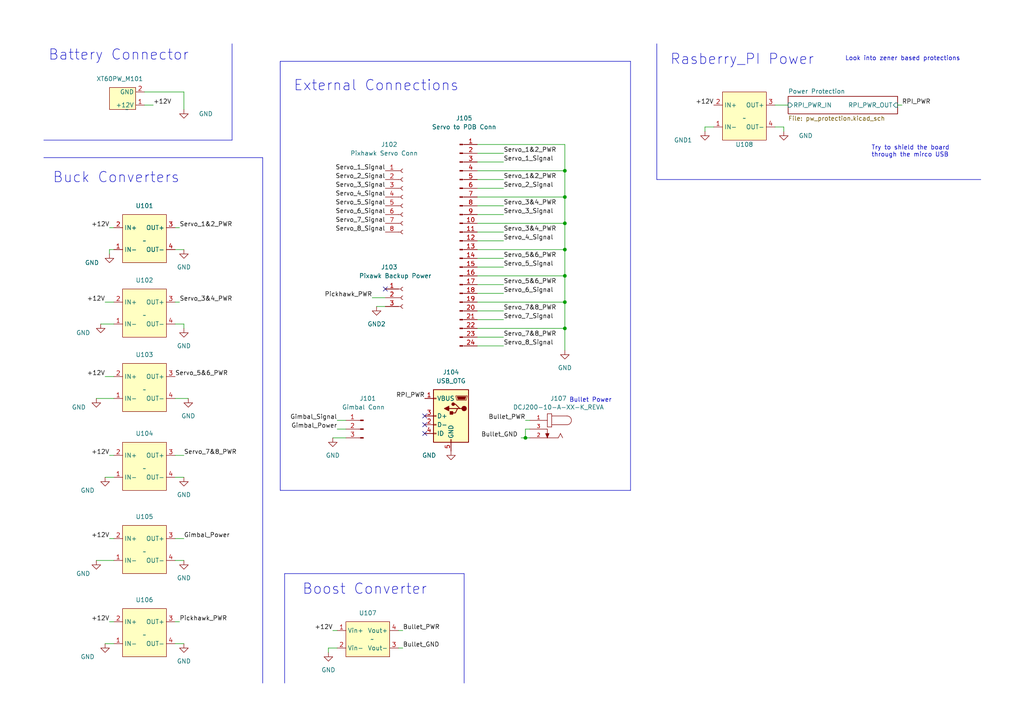
<source format=kicad_sch>
(kicad_sch (version 20230121) (generator eeschema)

  (uuid ec3864f8-beea-4bd9-8117-4ec49632e630)

  (paper "A4")

  (lib_symbols
    (symbol "Aero_PDB_parts:DCJ200-10-A-XX-K_REVA" (pin_names (offset 1.016)) (in_bom yes) (on_board yes)
      (property "Reference" "J" (at -7.6272 5.0848 0)
        (effects (font (size 1.27 1.27)) (justify left bottom))
      )
      (property "Value" "DCJ200-10-A-XX-K_REVA" (at -7.6313 -5.0875 0)
        (effects (font (size 1.27 1.27)) (justify left bottom))
      )
      (property "Footprint" "DCJ200-10-A-XX-K_REVA:GCT_DCJ200-10-A-XX-K_REVA" (at 0 0 0)
        (effects (font (size 1.27 1.27)) (justify bottom) hide)
      )
      (property "Datasheet" "" (at 0 0 0)
        (effects (font (size 1.27 1.27)) hide)
      )
      (property "MF" "Global Connector Technology" (at 0 0 0)
        (effects (font (size 1.27 1.27)) (justify bottom) hide)
      )
      (property "MAXIMUM_PACKAGE_HEIGHT" "11 mm" (at 0 0 0)
        (effects (font (size 1.27 1.27)) (justify bottom) hide)
      )
      (property "Package" "None" (at 0 0 0)
        (effects (font (size 1.27 1.27)) (justify bottom) hide)
      )
      (property "Price" "None" (at 0 0 0)
        (effects (font (size 1.27 1.27)) (justify bottom) hide)
      )
      (property "Check_prices" "https://www.snapeda.com/parts/DCJ200-10-A-K1-K/Global+Connector+Technology/view-part/?ref=eda" (at 0 0 0)
        (effects (font (size 1.27 1.27)) (justify bottom) hide)
      )
      (property "STANDARD" "Manufacturer Recommendations" (at 0 0 0)
        (effects (font (size 1.27 1.27)) (justify bottom) hide)
      )
      (property "PARTREV" "A" (at 0 0 0)
        (effects (font (size 1.27 1.27)) (justify bottom) hide)
      )
      (property "SnapEDA_Link" "https://www.snapeda.com/parts/DCJ200-10-A-K1-K/Global+Connector+Technology/view-part/?ref=snap" (at 0 0 0)
        (effects (font (size 1.27 1.27)) (justify bottom) hide)
      )
      (property "MP" "DCJ200-10-A-K1-K" (at 0 0 0)
        (effects (font (size 1.27 1.27)) (justify bottom) hide)
      )
      (property "Description" "\nPower Barrel Connector Jack 2.05mm ID (0.081), 5.50mm OD (0.217) Through Hole, Right Angle\n" (at 0 0 0)
        (effects (font (size 1.27 1.27)) (justify bottom) hide)
      )
      (property "MANUFACTURER" "Global Connector Technology" (at 0 0 0)
        (effects (font (size 1.27 1.27)) (justify bottom) hide)
      )
      (property "Availability" "In Stock" (at 0 0 0)
        (effects (font (size 1.27 1.27)) (justify bottom) hide)
      )
      (property "SNAPEDA_PN" "DCJ200-10-A-K1-K" (at 0 0 0)
        (effects (font (size 1.27 1.27)) (justify bottom) hide)
      )
      (symbol "DCJ200-10-A-XX-K_REVA_0_0"
        (arc (start -5.715 3.81) (mid -6.9795 2.54) (end -5.715 1.27)
          (stroke (width 0.1524) (type default))
          (fill (type none))
        )
        (polyline
          (pts
            (xy -5.715 3.81)
            (xy -1.27 3.81)
          )
          (stroke (width 0.1524) (type default))
          (fill (type none))
        )
        (polyline
          (pts
            (xy -3.81 -1.27)
            (xy -4.445 -2.54)
          )
          (stroke (width 0.1524) (type default))
          (fill (type none))
        )
        (polyline
          (pts
            (xy -3.175 -2.54)
            (xy -3.81 -1.27)
          )
          (stroke (width 0.1524) (type default))
          (fill (type none))
        )
        (polyline
          (pts
            (xy -1.27 0.635)
            (xy 0 0.635)
          )
          (stroke (width 0.1524) (type default))
          (fill (type none))
        )
        (polyline
          (pts
            (xy -1.27 1.27)
            (xy -5.715 1.27)
          )
          (stroke (width 0.1524) (type default))
          (fill (type none))
        )
        (polyline
          (pts
            (xy -1.27 1.27)
            (xy -1.27 0.635)
          )
          (stroke (width 0.1524) (type default))
          (fill (type none))
        )
        (polyline
          (pts
            (xy -1.27 3.81)
            (xy -1.27 1.27)
          )
          (stroke (width 0.1524) (type default))
          (fill (type none))
        )
        (polyline
          (pts
            (xy -1.27 4.445)
            (xy -1.27 3.81)
          )
          (stroke (width 0.1524) (type default))
          (fill (type none))
        )
        (polyline
          (pts
            (xy 0 -2.54)
            (xy -3.175 -2.54)
          )
          (stroke (width 0.1524) (type default))
          (fill (type none))
        )
        (polyline
          (pts
            (xy 0 0)
            (xy 0 -2.54)
          )
          (stroke (width 0.1524) (type default))
          (fill (type none))
        )
        (polyline
          (pts
            (xy 0 0.635)
            (xy 0 4.445)
          )
          (stroke (width 0.1524) (type default))
          (fill (type none))
        )
        (polyline
          (pts
            (xy 0 4.445)
            (xy -1.27 4.445)
          )
          (stroke (width 0.1524) (type default))
          (fill (type none))
        )
        (polyline
          (pts
            (xy 0 -2.54)
            (xy -0.508 -1.27)
            (xy 0.508 -1.27)
            (xy 0 -2.54)
          )
          (stroke (width 0.1524) (type default))
          (fill (type outline))
        )
        (pin passive line (at 5.08 2.54 180) (length 5.08)
          (name "~" (effects (font (size 1.016 1.016))))
          (number "1" (effects (font (size 1.016 1.016))))
        )
        (pin passive line (at 5.08 -2.54 180) (length 5.08)
          (name "~" (effects (font (size 1.016 1.016))))
          (number "2" (effects (font (size 1.016 1.016))))
        )
        (pin passive line (at 5.08 0 180) (length 5.08)
          (name "~" (effects (font (size 1.016 1.016))))
          (number "3" (effects (font (size 1.016 1.016))))
        )
      )
    )
    (symbol "Aero_PDB_parts:LM2596" (in_bom yes) (on_board yes)
      (property "Reference" "U" (at 0 10.16 0)
        (effects (font (size 1.27 1.27)))
      )
      (property "Value" "~" (at 0 0 0)
        (effects (font (size 1.27 1.27)))
      )
      (property "Footprint" "" (at 0 0 0)
        (effects (font (size 1.27 1.27)) hide)
      )
      (property "Datasheet" "https://www.amazon.com/Zixtec-LM2596-Converter-Module-1-25V-30V/dp/B07VVXF7YX?th=1" (at 0 0 0)
        (effects (font (size 1.27 1.27)) hide)
      )
      (symbol "LM2596_1_1"
        (rectangle (start -6.35 7.62) (end 6.35 -6.35)
          (stroke (width 0) (type default))
          (fill (type background))
        )
        (pin input line (at -8.89 -2.54 0) (length 2.54)
          (name "IN-" (effects (font (size 1.27 1.27))))
          (number "1" (effects (font (size 1.27 1.27))))
        )
        (pin input line (at -8.89 3.81 0) (length 2.54)
          (name "IN+" (effects (font (size 1.27 1.27))))
          (number "2" (effects (font (size 1.27 1.27))))
        )
        (pin input line (at 8.89 3.81 180) (length 2.54)
          (name "OUT+" (effects (font (size 1.27 1.27))))
          (number "3" (effects (font (size 1.27 1.27))))
        )
        (pin input line (at 8.89 -2.54 180) (length 2.54)
          (name "OUT-" (effects (font (size 1.27 1.27))))
          (number "4" (effects (font (size 1.27 1.27))))
        )
      )
    )
    (symbol "Aero_PDB_parts:MT3608_Boost_" (in_bom yes) (on_board yes)
      (property "Reference" "U" (at 0 6.35 0)
        (effects (font (size 1.27 1.27)))
      )
      (property "Value" "" (at -1.27 0 0)
        (effects (font (size 1.27 1.27)))
      )
      (property "Footprint" "" (at -1.27 0 0)
        (effects (font (size 1.27 1.27)) hide)
      )
      (property "Datasheet" "" (at -1.27 0 0)
        (effects (font (size 1.27 1.27)) hide)
      )
      (symbol "MT3608_Boost__1_1"
        (rectangle (start -6.35 5.08) (end 6.35 -5.08)
          (stroke (width 0) (type default))
          (fill (type background))
        )
        (pin input line (at 8.89 2.54 180) (length 2.54)
          (name "Vin+" (effects (font (size 1.27 1.27))))
          (number "1" (effects (font (size 1.27 1.27))))
        )
        (pin input line (at 8.89 -2.54 180) (length 2.54)
          (name "Vin-" (effects (font (size 1.27 1.27))))
          (number "2" (effects (font (size 1.27 1.27))))
        )
        (pin output line (at -8.89 -2.54 0) (length 2.54)
          (name "Vout-" (effects (font (size 1.27 1.27))))
          (number "3" (effects (font (size 1.27 1.27))))
        )
        (pin output line (at -8.89 2.54 0) (length 2.54)
          (name "Vout+" (effects (font (size 1.27 1.27))))
          (number "4" (effects (font (size 1.27 1.27))))
        )
      )
    )
    (symbol "Aero_PDB_parts:XT60PW_Female_" (in_bom yes) (on_board yes)
      (property "Reference" "XT60PW_M101" (at 8.89 -8.89 0)
        (effects (font (size 1.27 1.27)) (justify right))
      )
      (property "Value" "~" (at 0 0 0)
        (effects (font (size 1.27 1.27)))
      )
      (property "Footprint" "Aero_PDB:AMASS_XT60PW-F" (at 0 2.54 0)
        (effects (font (size 1.27 1.27)) hide)
      )
      (property "Datasheet" "" (at 0 0 0)
        (effects (font (size 1.27 1.27)) hide)
      )
      (symbol "XT60PW_Female__1_1"
        (rectangle (start -2.54 0) (end 5.08 -6.35)
          (stroke (width 0) (type default))
          (fill (type background))
        )
        (pin input line (at -5.08 -1.27 0) (length 2.54)
          (name "+12V" (effects (font (size 1.27 1.27))))
          (number "1" (effects (font (size 1.27 1.27))))
        )
        (pin input line (at -5.08 -5.08 0) (length 2.54)
          (name "GND" (effects (font (size 1.27 1.27))))
          (number "2" (effects (font (size 1.27 1.27))))
        )
      )
    )
    (symbol "Connector:Conn_01x03_Pin" (pin_names (offset 1.016) hide) (in_bom yes) (on_board yes)
      (property "Reference" "J" (at 0 5.08 0)
        (effects (font (size 1.27 1.27)))
      )
      (property "Value" "Conn_01x03_Pin" (at 0 -5.08 0)
        (effects (font (size 1.27 1.27)))
      )
      (property "Footprint" "" (at 0 0 0)
        (effects (font (size 1.27 1.27)) hide)
      )
      (property "Datasheet" "~" (at 0 0 0)
        (effects (font (size 1.27 1.27)) hide)
      )
      (property "ki_locked" "" (at 0 0 0)
        (effects (font (size 1.27 1.27)))
      )
      (property "ki_keywords" "connector" (at 0 0 0)
        (effects (font (size 1.27 1.27)) hide)
      )
      (property "ki_description" "Generic connector, single row, 01x03, script generated" (at 0 0 0)
        (effects (font (size 1.27 1.27)) hide)
      )
      (property "ki_fp_filters" "Connector*:*_1x??_*" (at 0 0 0)
        (effects (font (size 1.27 1.27)) hide)
      )
      (symbol "Conn_01x03_Pin_1_1"
        (polyline
          (pts
            (xy 1.27 -2.54)
            (xy 0.8636 -2.54)
          )
          (stroke (width 0.1524) (type default))
          (fill (type none))
        )
        (polyline
          (pts
            (xy 1.27 0)
            (xy 0.8636 0)
          )
          (stroke (width 0.1524) (type default))
          (fill (type none))
        )
        (polyline
          (pts
            (xy 1.27 2.54)
            (xy 0.8636 2.54)
          )
          (stroke (width 0.1524) (type default))
          (fill (type none))
        )
        (rectangle (start 0.8636 -2.413) (end 0 -2.667)
          (stroke (width 0.1524) (type default))
          (fill (type outline))
        )
        (rectangle (start 0.8636 0.127) (end 0 -0.127)
          (stroke (width 0.1524) (type default))
          (fill (type outline))
        )
        (rectangle (start 0.8636 2.667) (end 0 2.413)
          (stroke (width 0.1524) (type default))
          (fill (type outline))
        )
        (pin passive line (at 5.08 2.54 180) (length 3.81)
          (name "Pin_1" (effects (font (size 1.27 1.27))))
          (number "1" (effects (font (size 1.27 1.27))))
        )
        (pin passive line (at 5.08 0 180) (length 3.81)
          (name "Pin_2" (effects (font (size 1.27 1.27))))
          (number "2" (effects (font (size 1.27 1.27))))
        )
        (pin passive line (at 5.08 -2.54 180) (length 3.81)
          (name "Pin_3" (effects (font (size 1.27 1.27))))
          (number "3" (effects (font (size 1.27 1.27))))
        )
      )
    )
    (symbol "Connector:Conn_01x03_Socket" (pin_names (offset 1.016) hide) (in_bom yes) (on_board yes)
      (property "Reference" "J" (at 0 5.08 0)
        (effects (font (size 1.27 1.27)))
      )
      (property "Value" "Conn_01x03_Socket" (at 0 -5.08 0)
        (effects (font (size 1.27 1.27)))
      )
      (property "Footprint" "" (at 0 0 0)
        (effects (font (size 1.27 1.27)) hide)
      )
      (property "Datasheet" "~" (at 0 0 0)
        (effects (font (size 1.27 1.27)) hide)
      )
      (property "ki_locked" "" (at 0 0 0)
        (effects (font (size 1.27 1.27)))
      )
      (property "ki_keywords" "connector" (at 0 0 0)
        (effects (font (size 1.27 1.27)) hide)
      )
      (property "ki_description" "Generic connector, single row, 01x03, script generated" (at 0 0 0)
        (effects (font (size 1.27 1.27)) hide)
      )
      (property "ki_fp_filters" "Connector*:*_1x??_*" (at 0 0 0)
        (effects (font (size 1.27 1.27)) hide)
      )
      (symbol "Conn_01x03_Socket_1_1"
        (arc (start 0 -2.032) (mid -0.5058 -2.54) (end 0 -3.048)
          (stroke (width 0.1524) (type default))
          (fill (type none))
        )
        (polyline
          (pts
            (xy -1.27 -2.54)
            (xy -0.508 -2.54)
          )
          (stroke (width 0.1524) (type default))
          (fill (type none))
        )
        (polyline
          (pts
            (xy -1.27 0)
            (xy -0.508 0)
          )
          (stroke (width 0.1524) (type default))
          (fill (type none))
        )
        (polyline
          (pts
            (xy -1.27 2.54)
            (xy -0.508 2.54)
          )
          (stroke (width 0.1524) (type default))
          (fill (type none))
        )
        (arc (start 0 0.508) (mid -0.5058 0) (end 0 -0.508)
          (stroke (width 0.1524) (type default))
          (fill (type none))
        )
        (arc (start 0 3.048) (mid -0.5058 2.54) (end 0 2.032)
          (stroke (width 0.1524) (type default))
          (fill (type none))
        )
        (pin passive line (at -5.08 2.54 0) (length 3.81)
          (name "Pin_1" (effects (font (size 1.27 1.27))))
          (number "1" (effects (font (size 1.27 1.27))))
        )
        (pin passive line (at -5.08 0 0) (length 3.81)
          (name "Pin_2" (effects (font (size 1.27 1.27))))
          (number "2" (effects (font (size 1.27 1.27))))
        )
        (pin passive line (at -5.08 -2.54 0) (length 3.81)
          (name "Pin_3" (effects (font (size 1.27 1.27))))
          (number "3" (effects (font (size 1.27 1.27))))
        )
      )
    )
    (symbol "Connector:Conn_01x08_Socket" (pin_names (offset 1.016) hide) (in_bom yes) (on_board yes)
      (property "Reference" "J" (at 0 10.16 0)
        (effects (font (size 1.27 1.27)))
      )
      (property "Value" "Conn_01x08_Socket" (at 0 -12.7 0)
        (effects (font (size 1.27 1.27)))
      )
      (property "Footprint" "" (at 0 0 0)
        (effects (font (size 1.27 1.27)) hide)
      )
      (property "Datasheet" "~" (at 0 0 0)
        (effects (font (size 1.27 1.27)) hide)
      )
      (property "ki_locked" "" (at 0 0 0)
        (effects (font (size 1.27 1.27)))
      )
      (property "ki_keywords" "connector" (at 0 0 0)
        (effects (font (size 1.27 1.27)) hide)
      )
      (property "ki_description" "Generic connector, single row, 01x08, script generated" (at 0 0 0)
        (effects (font (size 1.27 1.27)) hide)
      )
      (property "ki_fp_filters" "Connector*:*_1x??_*" (at 0 0 0)
        (effects (font (size 1.27 1.27)) hide)
      )
      (symbol "Conn_01x08_Socket_1_1"
        (arc (start 0 -9.652) (mid -0.5058 -10.16) (end 0 -10.668)
          (stroke (width 0.1524) (type default))
          (fill (type none))
        )
        (arc (start 0 -7.112) (mid -0.5058 -7.62) (end 0 -8.128)
          (stroke (width 0.1524) (type default))
          (fill (type none))
        )
        (arc (start 0 -4.572) (mid -0.5058 -5.08) (end 0 -5.588)
          (stroke (width 0.1524) (type default))
          (fill (type none))
        )
        (arc (start 0 -2.032) (mid -0.5058 -2.54) (end 0 -3.048)
          (stroke (width 0.1524) (type default))
          (fill (type none))
        )
        (polyline
          (pts
            (xy -1.27 -10.16)
            (xy -0.508 -10.16)
          )
          (stroke (width 0.1524) (type default))
          (fill (type none))
        )
        (polyline
          (pts
            (xy -1.27 -7.62)
            (xy -0.508 -7.62)
          )
          (stroke (width 0.1524) (type default))
          (fill (type none))
        )
        (polyline
          (pts
            (xy -1.27 -5.08)
            (xy -0.508 -5.08)
          )
          (stroke (width 0.1524) (type default))
          (fill (type none))
        )
        (polyline
          (pts
            (xy -1.27 -2.54)
            (xy -0.508 -2.54)
          )
          (stroke (width 0.1524) (type default))
          (fill (type none))
        )
        (polyline
          (pts
            (xy -1.27 0)
            (xy -0.508 0)
          )
          (stroke (width 0.1524) (type default))
          (fill (type none))
        )
        (polyline
          (pts
            (xy -1.27 2.54)
            (xy -0.508 2.54)
          )
          (stroke (width 0.1524) (type default))
          (fill (type none))
        )
        (polyline
          (pts
            (xy -1.27 5.08)
            (xy -0.508 5.08)
          )
          (stroke (width 0.1524) (type default))
          (fill (type none))
        )
        (polyline
          (pts
            (xy -1.27 7.62)
            (xy -0.508 7.62)
          )
          (stroke (width 0.1524) (type default))
          (fill (type none))
        )
        (arc (start 0 0.508) (mid -0.5058 0) (end 0 -0.508)
          (stroke (width 0.1524) (type default))
          (fill (type none))
        )
        (arc (start 0 3.048) (mid -0.5058 2.54) (end 0 2.032)
          (stroke (width 0.1524) (type default))
          (fill (type none))
        )
        (arc (start 0 5.588) (mid -0.5058 5.08) (end 0 4.572)
          (stroke (width 0.1524) (type default))
          (fill (type none))
        )
        (arc (start 0 8.128) (mid -0.5058 7.62) (end 0 7.112)
          (stroke (width 0.1524) (type default))
          (fill (type none))
        )
        (pin passive line (at -5.08 7.62 0) (length 3.81)
          (name "Pin_1" (effects (font (size 1.27 1.27))))
          (number "1" (effects (font (size 1.27 1.27))))
        )
        (pin passive line (at -5.08 5.08 0) (length 3.81)
          (name "Pin_2" (effects (font (size 1.27 1.27))))
          (number "2" (effects (font (size 1.27 1.27))))
        )
        (pin passive line (at -5.08 2.54 0) (length 3.81)
          (name "Pin_3" (effects (font (size 1.27 1.27))))
          (number "3" (effects (font (size 1.27 1.27))))
        )
        (pin passive line (at -5.08 0 0) (length 3.81)
          (name "Pin_4" (effects (font (size 1.27 1.27))))
          (number "4" (effects (font (size 1.27 1.27))))
        )
        (pin passive line (at -5.08 -2.54 0) (length 3.81)
          (name "Pin_5" (effects (font (size 1.27 1.27))))
          (number "5" (effects (font (size 1.27 1.27))))
        )
        (pin passive line (at -5.08 -5.08 0) (length 3.81)
          (name "Pin_6" (effects (font (size 1.27 1.27))))
          (number "6" (effects (font (size 1.27 1.27))))
        )
        (pin passive line (at -5.08 -7.62 0) (length 3.81)
          (name "Pin_7" (effects (font (size 1.27 1.27))))
          (number "7" (effects (font (size 1.27 1.27))))
        )
        (pin passive line (at -5.08 -10.16 0) (length 3.81)
          (name "Pin_8" (effects (font (size 1.27 1.27))))
          (number "8" (effects (font (size 1.27 1.27))))
        )
      )
    )
    (symbol "Connector:Conn_01x24_Pin" (pin_names (offset 1.016) hide) (in_bom yes) (on_board yes)
      (property "Reference" "J" (at 0 30.48 0)
        (effects (font (size 1.27 1.27)))
      )
      (property "Value" "Conn_01x24_Pin" (at 0 -33.02 0)
        (effects (font (size 1.27 1.27)))
      )
      (property "Footprint" "" (at 0 0 0)
        (effects (font (size 1.27 1.27)) hide)
      )
      (property "Datasheet" "~" (at 0 0 0)
        (effects (font (size 1.27 1.27)) hide)
      )
      (property "ki_locked" "" (at 0 0 0)
        (effects (font (size 1.27 1.27)))
      )
      (property "ki_keywords" "connector" (at 0 0 0)
        (effects (font (size 1.27 1.27)) hide)
      )
      (property "ki_description" "Generic connector, single row, 01x24, script generated" (at 0 0 0)
        (effects (font (size 1.27 1.27)) hide)
      )
      (property "ki_fp_filters" "Connector*:*_1x??_*" (at 0 0 0)
        (effects (font (size 1.27 1.27)) hide)
      )
      (symbol "Conn_01x24_Pin_1_1"
        (polyline
          (pts
            (xy 1.27 -30.48)
            (xy 0.8636 -30.48)
          )
          (stroke (width 0.1524) (type default))
          (fill (type none))
        )
        (polyline
          (pts
            (xy 1.27 -27.94)
            (xy 0.8636 -27.94)
          )
          (stroke (width 0.1524) (type default))
          (fill (type none))
        )
        (polyline
          (pts
            (xy 1.27 -25.4)
            (xy 0.8636 -25.4)
          )
          (stroke (width 0.1524) (type default))
          (fill (type none))
        )
        (polyline
          (pts
            (xy 1.27 -22.86)
            (xy 0.8636 -22.86)
          )
          (stroke (width 0.1524) (type default))
          (fill (type none))
        )
        (polyline
          (pts
            (xy 1.27 -20.32)
            (xy 0.8636 -20.32)
          )
          (stroke (width 0.1524) (type default))
          (fill (type none))
        )
        (polyline
          (pts
            (xy 1.27 -17.78)
            (xy 0.8636 -17.78)
          )
          (stroke (width 0.1524) (type default))
          (fill (type none))
        )
        (polyline
          (pts
            (xy 1.27 -15.24)
            (xy 0.8636 -15.24)
          )
          (stroke (width 0.1524) (type default))
          (fill (type none))
        )
        (polyline
          (pts
            (xy 1.27 -12.7)
            (xy 0.8636 -12.7)
          )
          (stroke (width 0.1524) (type default))
          (fill (type none))
        )
        (polyline
          (pts
            (xy 1.27 -10.16)
            (xy 0.8636 -10.16)
          )
          (stroke (width 0.1524) (type default))
          (fill (type none))
        )
        (polyline
          (pts
            (xy 1.27 -7.62)
            (xy 0.8636 -7.62)
          )
          (stroke (width 0.1524) (type default))
          (fill (type none))
        )
        (polyline
          (pts
            (xy 1.27 -5.08)
            (xy 0.8636 -5.08)
          )
          (stroke (width 0.1524) (type default))
          (fill (type none))
        )
        (polyline
          (pts
            (xy 1.27 -2.54)
            (xy 0.8636 -2.54)
          )
          (stroke (width 0.1524) (type default))
          (fill (type none))
        )
        (polyline
          (pts
            (xy 1.27 0)
            (xy 0.8636 0)
          )
          (stroke (width 0.1524) (type default))
          (fill (type none))
        )
        (polyline
          (pts
            (xy 1.27 2.54)
            (xy 0.8636 2.54)
          )
          (stroke (width 0.1524) (type default))
          (fill (type none))
        )
        (polyline
          (pts
            (xy 1.27 5.08)
            (xy 0.8636 5.08)
          )
          (stroke (width 0.1524) (type default))
          (fill (type none))
        )
        (polyline
          (pts
            (xy 1.27 7.62)
            (xy 0.8636 7.62)
          )
          (stroke (width 0.1524) (type default))
          (fill (type none))
        )
        (polyline
          (pts
            (xy 1.27 10.16)
            (xy 0.8636 10.16)
          )
          (stroke (width 0.1524) (type default))
          (fill (type none))
        )
        (polyline
          (pts
            (xy 1.27 12.7)
            (xy 0.8636 12.7)
          )
          (stroke (width 0.1524) (type default))
          (fill (type none))
        )
        (polyline
          (pts
            (xy 1.27 15.24)
            (xy 0.8636 15.24)
          )
          (stroke (width 0.1524) (type default))
          (fill (type none))
        )
        (polyline
          (pts
            (xy 1.27 17.78)
            (xy 0.8636 17.78)
          )
          (stroke (width 0.1524) (type default))
          (fill (type none))
        )
        (polyline
          (pts
            (xy 1.27 20.32)
            (xy 0.8636 20.32)
          )
          (stroke (width 0.1524) (type default))
          (fill (type none))
        )
        (polyline
          (pts
            (xy 1.27 22.86)
            (xy 0.8636 22.86)
          )
          (stroke (width 0.1524) (type default))
          (fill (type none))
        )
        (polyline
          (pts
            (xy 1.27 25.4)
            (xy 0.8636 25.4)
          )
          (stroke (width 0.1524) (type default))
          (fill (type none))
        )
        (polyline
          (pts
            (xy 1.27 27.94)
            (xy 0.8636 27.94)
          )
          (stroke (width 0.1524) (type default))
          (fill (type none))
        )
        (rectangle (start 0.8636 -30.353) (end 0 -30.607)
          (stroke (width 0.1524) (type default))
          (fill (type outline))
        )
        (rectangle (start 0.8636 -27.813) (end 0 -28.067)
          (stroke (width 0.1524) (type default))
          (fill (type outline))
        )
        (rectangle (start 0.8636 -25.273) (end 0 -25.527)
          (stroke (width 0.1524) (type default))
          (fill (type outline))
        )
        (rectangle (start 0.8636 -22.733) (end 0 -22.987)
          (stroke (width 0.1524) (type default))
          (fill (type outline))
        )
        (rectangle (start 0.8636 -20.193) (end 0 -20.447)
          (stroke (width 0.1524) (type default))
          (fill (type outline))
        )
        (rectangle (start 0.8636 -17.653) (end 0 -17.907)
          (stroke (width 0.1524) (type default))
          (fill (type outline))
        )
        (rectangle (start 0.8636 -15.113) (end 0 -15.367)
          (stroke (width 0.1524) (type default))
          (fill (type outline))
        )
        (rectangle (start 0.8636 -12.573) (end 0 -12.827)
          (stroke (width 0.1524) (type default))
          (fill (type outline))
        )
        (rectangle (start 0.8636 -10.033) (end 0 -10.287)
          (stroke (width 0.1524) (type default))
          (fill (type outline))
        )
        (rectangle (start 0.8636 -7.493) (end 0 -7.747)
          (stroke (width 0.1524) (type default))
          (fill (type outline))
        )
        (rectangle (start 0.8636 -4.953) (end 0 -5.207)
          (stroke (width 0.1524) (type default))
          (fill (type outline))
        )
        (rectangle (start 0.8636 -2.413) (end 0 -2.667)
          (stroke (width 0.1524) (type default))
          (fill (type outline))
        )
        (rectangle (start 0.8636 0.127) (end 0 -0.127)
          (stroke (width 0.1524) (type default))
          (fill (type outline))
        )
        (rectangle (start 0.8636 2.667) (end 0 2.413)
          (stroke (width 0.1524) (type default))
          (fill (type outline))
        )
        (rectangle (start 0.8636 5.207) (end 0 4.953)
          (stroke (width 0.1524) (type default))
          (fill (type outline))
        )
        (rectangle (start 0.8636 7.747) (end 0 7.493)
          (stroke (width 0.1524) (type default))
          (fill (type outline))
        )
        (rectangle (start 0.8636 10.287) (end 0 10.033)
          (stroke (width 0.1524) (type default))
          (fill (type outline))
        )
        (rectangle (start 0.8636 12.827) (end 0 12.573)
          (stroke (width 0.1524) (type default))
          (fill (type outline))
        )
        (rectangle (start 0.8636 15.367) (end 0 15.113)
          (stroke (width 0.1524) (type default))
          (fill (type outline))
        )
        (rectangle (start 0.8636 17.907) (end 0 17.653)
          (stroke (width 0.1524) (type default))
          (fill (type outline))
        )
        (rectangle (start 0.8636 20.447) (end 0 20.193)
          (stroke (width 0.1524) (type default))
          (fill (type outline))
        )
        (rectangle (start 0.8636 22.987) (end 0 22.733)
          (stroke (width 0.1524) (type default))
          (fill (type outline))
        )
        (rectangle (start 0.8636 25.527) (end 0 25.273)
          (stroke (width 0.1524) (type default))
          (fill (type outline))
        )
        (rectangle (start 0.8636 28.067) (end 0 27.813)
          (stroke (width 0.1524) (type default))
          (fill (type outline))
        )
        (pin passive line (at 5.08 27.94 180) (length 3.81)
          (name "Pin_1" (effects (font (size 1.27 1.27))))
          (number "1" (effects (font (size 1.27 1.27))))
        )
        (pin passive line (at 5.08 5.08 180) (length 3.81)
          (name "Pin_10" (effects (font (size 1.27 1.27))))
          (number "10" (effects (font (size 1.27 1.27))))
        )
        (pin passive line (at 5.08 2.54 180) (length 3.81)
          (name "Pin_11" (effects (font (size 1.27 1.27))))
          (number "11" (effects (font (size 1.27 1.27))))
        )
        (pin passive line (at 5.08 0 180) (length 3.81)
          (name "Pin_12" (effects (font (size 1.27 1.27))))
          (number "12" (effects (font (size 1.27 1.27))))
        )
        (pin passive line (at 5.08 -2.54 180) (length 3.81)
          (name "Pin_13" (effects (font (size 1.27 1.27))))
          (number "13" (effects (font (size 1.27 1.27))))
        )
        (pin passive line (at 5.08 -5.08 180) (length 3.81)
          (name "Pin_14" (effects (font (size 1.27 1.27))))
          (number "14" (effects (font (size 1.27 1.27))))
        )
        (pin passive line (at 5.08 -7.62 180) (length 3.81)
          (name "Pin_15" (effects (font (size 1.27 1.27))))
          (number "15" (effects (font (size 1.27 1.27))))
        )
        (pin passive line (at 5.08 -10.16 180) (length 3.81)
          (name "Pin_16" (effects (font (size 1.27 1.27))))
          (number "16" (effects (font (size 1.27 1.27))))
        )
        (pin passive line (at 5.08 -12.7 180) (length 3.81)
          (name "Pin_17" (effects (font (size 1.27 1.27))))
          (number "17" (effects (font (size 1.27 1.27))))
        )
        (pin passive line (at 5.08 -15.24 180) (length 3.81)
          (name "Pin_18" (effects (font (size 1.27 1.27))))
          (number "18" (effects (font (size 1.27 1.27))))
        )
        (pin passive line (at 5.08 -17.78 180) (length 3.81)
          (name "Pin_19" (effects (font (size 1.27 1.27))))
          (number "19" (effects (font (size 1.27 1.27))))
        )
        (pin passive line (at 5.08 25.4 180) (length 3.81)
          (name "Pin_2" (effects (font (size 1.27 1.27))))
          (number "2" (effects (font (size 1.27 1.27))))
        )
        (pin passive line (at 5.08 -20.32 180) (length 3.81)
          (name "Pin_20" (effects (font (size 1.27 1.27))))
          (number "20" (effects (font (size 1.27 1.27))))
        )
        (pin passive line (at 5.08 -22.86 180) (length 3.81)
          (name "Pin_21" (effects (font (size 1.27 1.27))))
          (number "21" (effects (font (size 1.27 1.27))))
        )
        (pin passive line (at 5.08 -25.4 180) (length 3.81)
          (name "Pin_22" (effects (font (size 1.27 1.27))))
          (number "22" (effects (font (size 1.27 1.27))))
        )
        (pin passive line (at 5.08 -27.94 180) (length 3.81)
          (name "Pin_23" (effects (font (size 1.27 1.27))))
          (number "23" (effects (font (size 1.27 1.27))))
        )
        (pin passive line (at 5.08 -30.48 180) (length 3.81)
          (name "Pin_24" (effects (font (size 1.27 1.27))))
          (number "24" (effects (font (size 1.27 1.27))))
        )
        (pin passive line (at 5.08 22.86 180) (length 3.81)
          (name "Pin_3" (effects (font (size 1.27 1.27))))
          (number "3" (effects (font (size 1.27 1.27))))
        )
        (pin passive line (at 5.08 20.32 180) (length 3.81)
          (name "Pin_4" (effects (font (size 1.27 1.27))))
          (number "4" (effects (font (size 1.27 1.27))))
        )
        (pin passive line (at 5.08 17.78 180) (length 3.81)
          (name "Pin_5" (effects (font (size 1.27 1.27))))
          (number "5" (effects (font (size 1.27 1.27))))
        )
        (pin passive line (at 5.08 15.24 180) (length 3.81)
          (name "Pin_6" (effects (font (size 1.27 1.27))))
          (number "6" (effects (font (size 1.27 1.27))))
        )
        (pin passive line (at 5.08 12.7 180) (length 3.81)
          (name "Pin_7" (effects (font (size 1.27 1.27))))
          (number "7" (effects (font (size 1.27 1.27))))
        )
        (pin passive line (at 5.08 10.16 180) (length 3.81)
          (name "Pin_8" (effects (font (size 1.27 1.27))))
          (number "8" (effects (font (size 1.27 1.27))))
        )
        (pin passive line (at 5.08 7.62 180) (length 3.81)
          (name "Pin_9" (effects (font (size 1.27 1.27))))
          (number "9" (effects (font (size 1.27 1.27))))
        )
      )
    )
    (symbol "Connector:USB_OTG" (pin_names (offset 1.016)) (in_bom yes) (on_board yes)
      (property "Reference" "J104" (at 0 12.7 0)
        (effects (font (size 1.27 1.27)))
      )
      (property "Value" "USB_OTG" (at 0 10.16 0)
        (effects (font (size 1.27 1.27)))
      )
      (property "Footprint" "Aero_PDB:MOLEX_47346-0001" (at 3.81 -1.27 0)
        (effects (font (size 1.27 1.27)) hide)
      )
      (property "Datasheet" " ~" (at 3.81 -1.27 0)
        (effects (font (size 1.27 1.27)) hide)
      )
      (property "ki_keywords" "connector USB" (at 0 0 0)
        (effects (font (size 1.27 1.27)) hide)
      )
      (property "ki_description" "USB mini/micro connector" (at 0 0 0)
        (effects (font (size 1.27 1.27)) hide)
      )
      (property "ki_fp_filters" "USB*" (at 0 0 0)
        (effects (font (size 1.27 1.27)) hide)
      )
      (symbol "USB_OTG_0_1"
        (rectangle (start -5.08 -7.62) (end 5.08 7.62)
          (stroke (width 0.254) (type default))
          (fill (type background))
        )
        (circle (center -3.81 2.159) (radius 0.635)
          (stroke (width 0.254) (type default))
          (fill (type outline))
        )
        (circle (center -0.635 3.429) (radius 0.381)
          (stroke (width 0.254) (type default))
          (fill (type outline))
        )
        (rectangle (start -0.127 -7.62) (end 0.127 -6.858)
          (stroke (width 0) (type default))
          (fill (type none))
        )
        (polyline
          (pts
            (xy -1.905 2.159)
            (xy 0.635 2.159)
          )
          (stroke (width 0.254) (type default))
          (fill (type none))
        )
        (polyline
          (pts
            (xy -3.175 2.159)
            (xy -2.54 2.159)
            (xy -1.27 3.429)
            (xy -0.635 3.429)
          )
          (stroke (width 0.254) (type default))
          (fill (type none))
        )
        (polyline
          (pts
            (xy -2.54 2.159)
            (xy -1.905 2.159)
            (xy -1.27 0.889)
            (xy 0 0.889)
          )
          (stroke (width 0.254) (type default))
          (fill (type none))
        )
        (polyline
          (pts
            (xy 0.635 2.794)
            (xy 0.635 1.524)
            (xy 1.905 2.159)
            (xy 0.635 2.794)
          )
          (stroke (width 0.254) (type default))
          (fill (type outline))
        )
        (polyline
          (pts
            (xy -4.318 5.588)
            (xy -1.778 5.588)
            (xy -2.032 4.826)
            (xy -4.064 4.826)
            (xy -4.318 5.588)
          )
          (stroke (width 0) (type default))
          (fill (type outline))
        )
        (polyline
          (pts
            (xy -4.699 5.842)
            (xy -4.699 5.588)
            (xy -4.445 4.826)
            (xy -4.445 4.572)
            (xy -1.651 4.572)
            (xy -1.651 4.826)
            (xy -1.397 5.588)
            (xy -1.397 5.842)
            (xy -4.699 5.842)
          )
          (stroke (width 0) (type default))
          (fill (type none))
        )
        (rectangle (start 0.254 1.27) (end -0.508 0.508)
          (stroke (width 0.254) (type default))
          (fill (type outline))
        )
        (rectangle (start 5.08 -5.207) (end 4.318 -4.953)
          (stroke (width 0) (type default))
          (fill (type none))
        )
        (rectangle (start 5.08 -2.667) (end 4.318 -2.413)
          (stroke (width 0) (type default))
          (fill (type none))
        )
        (rectangle (start 5.08 -0.127) (end 4.318 0.127)
          (stroke (width 0) (type default))
          (fill (type none))
        )
        (rectangle (start 5.08 4.953) (end 4.318 5.207)
          (stroke (width 0) (type default))
          (fill (type none))
        )
      )
      (symbol "USB_OTG_1_1"
        (pin passive line (at 7.62 5.08 180) (length 2.54)
          (name "VBUS" (effects (font (size 1.27 1.27))))
          (number "1" (effects (font (size 1.27 1.27))))
        )
        (pin bidirectional line (at 7.62 -2.54 180) (length 2.54)
          (name "D-" (effects (font (size 1.27 1.27))))
          (number "2" (effects (font (size 1.27 1.27))))
        )
        (pin bidirectional line (at 7.62 0 180) (length 2.54)
          (name "D+" (effects (font (size 1.27 1.27))))
          (number "3" (effects (font (size 1.27 1.27))))
        )
        (pin passive line (at 7.62 -5.08 180) (length 2.54)
          (name "ID" (effects (font (size 1.27 1.27))))
          (number "4" (effects (font (size 1.27 1.27))))
        )
        (pin passive line (at 0 -10.16 90) (length 2.54)
          (name "GND" (effects (font (size 1.27 1.27))))
          (number "5" (effects (font (size 1.27 1.27))))
        )
      )
    )
    (symbol "GND_1" (power) (pin_names (offset 0)) (in_bom yes) (on_board yes)
      (property "Reference" "#PWR02" (at 0 -6.35 0)
        (effects (font (size 1.27 1.27)) hide)
      )
      (property "Value" "GND_1" (at 0 -5.08 0)
        (effects (font (size 1.27 1.27)))
      )
      (property "Footprint" "" (at 0 0 0)
        (effects (font (size 1.27 1.27)) hide)
      )
      (property "Datasheet" "" (at 0 0 0)
        (effects (font (size 1.27 1.27)) hide)
      )
      (property "ki_keywords" "global power" (at 0 0 0)
        (effects (font (size 1.27 1.27)) hide)
      )
      (property "ki_description" "Power symbol creates a global label with name \"GND\" , ground" (at 0 0 0)
        (effects (font (size 1.27 1.27)) hide)
      )
      (symbol "GND_1_0_1"
        (polyline
          (pts
            (xy 0 0)
            (xy 0 -1.27)
            (xy 1.27 -1.27)
            (xy 0 -2.54)
            (xy -1.27 -1.27)
            (xy 0 -1.27)
          )
          (stroke (width 0) (type default))
          (fill (type none))
        )
      )
      (symbol "GND_1_1_1"
        (pin power_in line (at 0 0 270) (length 0) hide
          (name "GND" (effects (font (size 1.27 1.27))))
          (number "1" (effects (font (size 1.27 1.27))))
        )
      )
    )
    (symbol "GND_3" (power) (pin_names (offset 0)) (in_bom yes) (on_board yes)
      (property "Reference" "#PWR" (at 0 -6.35 0)
        (effects (font (size 1.27 1.27)) hide)
      )
      (property "Value" "GND_3" (at 0 -3.81 0)
        (effects (font (size 1.27 1.27)))
      )
      (property "Footprint" "" (at 0 0 0)
        (effects (font (size 1.27 1.27)) hide)
      )
      (property "Datasheet" "" (at 0 0 0)
        (effects (font (size 1.27 1.27)) hide)
      )
      (property "ki_keywords" "global power" (at 0 0 0)
        (effects (font (size 1.27 1.27)) hide)
      )
      (property "ki_description" "Power symbol creates a global label with name \"GND\" , ground" (at 0 0 0)
        (effects (font (size 1.27 1.27)) hide)
      )
      (symbol "GND_3_0_1"
        (polyline
          (pts
            (xy 0 0)
            (xy 0 -1.27)
            (xy 1.27 -1.27)
            (xy 0 -2.54)
            (xy -1.27 -1.27)
            (xy 0 -1.27)
          )
          (stroke (width 0) (type default))
          (fill (type none))
        )
      )
      (symbol "GND_3_1_1"
        (pin power_in line (at 0 0 270) (length 0) hide
          (name "GND" (effects (font (size 1.27 1.27))))
          (number "1" (effects (font (size 1.27 1.27))))
        )
      )
    )
    (symbol "power:GND" (power) (pin_names (offset 0)) (in_bom yes) (on_board yes)
      (property "Reference" "#PWR09" (at 0 -6.35 0)
        (effects (font (size 1.27 1.27)) hide)
      )
      (property "Value" "GND_LV" (at 0 -5.08 0)
        (effects (font (size 1.27 1.27)))
      )
      (property "Footprint" "" (at 0 0 0)
        (effects (font (size 1.27 1.27)) hide)
      )
      (property "Datasheet" "" (at 0 0 0)
        (effects (font (size 1.27 1.27)) hide)
      )
      (property "ki_keywords" "global power" (at 0 0 0)
        (effects (font (size 1.27 1.27)) hide)
      )
      (property "ki_description" "Power symbol creates a global label with name \"GND\" , ground" (at 0 0 0)
        (effects (font (size 1.27 1.27)) hide)
      )
      (symbol "GND_0_1"
        (polyline
          (pts
            (xy 0 0)
            (xy 0 -1.27)
            (xy 1.27 -1.27)
            (xy 0 -2.54)
            (xy -1.27 -1.27)
            (xy 0 -1.27)
          )
          (stroke (width 0) (type default))
          (fill (type none))
        )
      )
      (symbol "GND_1_1"
        (pin power_in line (at 0 0 270) (length 0) hide
          (name "GND" (effects (font (size 1.27 1.27))))
          (number "1" (effects (font (size 1.27 1.27))))
        )
      )
    )
    (symbol "power:GND1" (power) (pin_names (offset 0)) (in_bom yes) (on_board yes)
      (property "Reference" "#PWR" (at 0 -6.35 0)
        (effects (font (size 1.27 1.27)) hide)
      )
      (property "Value" "GND1" (at 0 -3.81 0)
        (effects (font (size 1.27 1.27)))
      )
      (property "Footprint" "" (at 0 0 0)
        (effects (font (size 1.27 1.27)) hide)
      )
      (property "Datasheet" "" (at 0 0 0)
        (effects (font (size 1.27 1.27)) hide)
      )
      (property "ki_keywords" "global power" (at 0 0 0)
        (effects (font (size 1.27 1.27)) hide)
      )
      (property "ki_description" "Power symbol creates a global label with name \"GND1\" , ground" (at 0 0 0)
        (effects (font (size 1.27 1.27)) hide)
      )
      (symbol "GND1_0_1"
        (polyline
          (pts
            (xy 0 0)
            (xy 0 -1.27)
            (xy 1.27 -1.27)
            (xy 0 -2.54)
            (xy -1.27 -1.27)
            (xy 0 -1.27)
          )
          (stroke (width 0) (type default))
          (fill (type none))
        )
      )
      (symbol "GND1_1_1"
        (pin power_in line (at 0 0 270) (length 0) hide
          (name "GND1" (effects (font (size 1.27 1.27))))
          (number "1" (effects (font (size 1.27 1.27))))
        )
      )
    )
    (symbol "power:GND2" (power) (pin_names (offset 0)) (in_bom yes) (on_board yes)
      (property "Reference" "#PWR" (at 0 -6.35 0)
        (effects (font (size 1.27 1.27)) hide)
      )
      (property "Value" "GND2" (at 0 -3.81 0)
        (effects (font (size 1.27 1.27)))
      )
      (property "Footprint" "" (at 0 0 0)
        (effects (font (size 1.27 1.27)) hide)
      )
      (property "Datasheet" "" (at 0 0 0)
        (effects (font (size 1.27 1.27)) hide)
      )
      (property "ki_keywords" "global power" (at 0 0 0)
        (effects (font (size 1.27 1.27)) hide)
      )
      (property "ki_description" "Power symbol creates a global label with name \"GND2\" , ground" (at 0 0 0)
        (effects (font (size 1.27 1.27)) hide)
      )
      (symbol "GND2_0_1"
        (polyline
          (pts
            (xy 0 0)
            (xy 0 -1.27)
            (xy 1.27 -1.27)
            (xy 0 -2.54)
            (xy -1.27 -1.27)
            (xy 0 -1.27)
          )
          (stroke (width 0) (type default))
          (fill (type none))
        )
      )
      (symbol "GND2_1_1"
        (pin power_in line (at 0 0 270) (length 0) hide
          (name "GND2" (effects (font (size 1.27 1.27))))
          (number "1" (effects (font (size 1.27 1.27))))
        )
      )
    )
  )

  (junction (at 163.83 87.63) (diameter 0) (color 0 0 0 0)
    (uuid 27a26d7a-fa8a-4088-81d2-132ef0f33a8e)
  )
  (junction (at 163.83 49.53) (diameter 0) (color 0 0 0 0)
    (uuid 4a796860-bc5d-4d72-8c22-be43d1e14551)
  )
  (junction (at 163.83 80.01) (diameter 0) (color 0 0 0 0)
    (uuid 6b0d1e63-9f4f-4437-96f2-ef898c9d8fa1)
  )
  (junction (at 163.83 72.39) (diameter 0) (color 0 0 0 0)
    (uuid 71ff7d9b-ad8f-46ab-bcf3-18abe8546da8)
  )
  (junction (at 163.83 64.77) (diameter 0) (color 0 0 0 0)
    (uuid 8a584644-878f-4ae1-9aef-3ca5766b3636)
  )
  (junction (at 163.83 95.25) (diameter 0) (color 0 0 0 0)
    (uuid 93bf559e-f82f-4001-9e39-c5cf687cdac4)
  )
  (junction (at 163.83 57.15) (diameter 0) (color 0 0 0 0)
    (uuid 951ce1e9-2c00-4959-b194-081155e80eaf)
  )
  (junction (at 152.4 127) (diameter 0) (color 0 0 0 0)
    (uuid cfae838f-dc2e-441c-9b58-ff5527a3219d)
  )

  (no_connect (at 123.19 123.19) (uuid 46b474d7-a0b7-4c7b-be12-d98bfd8ec852))
  (no_connect (at 111.76 83.82) (uuid 9f489bbb-cad3-4fa5-b8ac-576ee8862c9b))
  (no_connect (at 123.19 120.65) (uuid b863aa68-8715-49c5-a9c1-5bf679ea656b))
  (no_connect (at 123.19 125.73) (uuid d08e7f40-c2f8-4948-a167-76a3e068c113))

  (wire (pts (xy 53.34 132.08) (xy 50.8 132.08))
    (stroke (width 0) (type default))
    (uuid 05376c47-c8bf-4623-b1e9-d50696270d88)
  )
  (wire (pts (xy 138.43 46.99) (xy 146.05 46.99))
    (stroke (width 0) (type default))
    (uuid 06ed7548-627f-4729-94b6-5e61ce120210)
  )
  (wire (pts (xy 138.43 49.53) (xy 163.83 49.53))
    (stroke (width 0) (type default))
    (uuid 06f5fe44-c348-4989-98a6-90babbbf95db)
  )
  (wire (pts (xy 95.25 187.96) (xy 95.25 189.23))
    (stroke (width 0) (type default))
    (uuid 094d05e2-ecec-4d74-8ee3-d0b6e61db5c0)
  )
  (wire (pts (xy 224.79 30.48) (xy 228.6 30.48))
    (stroke (width 0) (type default))
    (uuid 1409c80a-e070-4ab5-9e69-adf9d466ba00)
  )
  (wire (pts (xy 50.8 66.04) (xy 52.07 66.04))
    (stroke (width 0) (type default))
    (uuid 14de4ca9-cb00-4331-b1c6-25f44dfb64e1)
  )
  (wire (pts (xy 138.43 52.07) (xy 146.05 52.07))
    (stroke (width 0) (type default))
    (uuid 1767c4a2-e26a-4fa6-bed8-4a5ac605fc0d)
  )
  (wire (pts (xy 227.33 36.83) (xy 227.33 38.1))
    (stroke (width 0) (type default))
    (uuid 1a34ceed-8e43-4536-8c37-189a449e053a)
  )
  (wire (pts (xy 261.62 30.48) (xy 260.35 30.48))
    (stroke (width 0) (type default))
    (uuid 1a9fdc28-4ad9-4634-bb5b-4150cb3a7dd1)
  )
  (wire (pts (xy 138.43 90.17) (xy 146.05 90.17))
    (stroke (width 0) (type default))
    (uuid 1eaf7f71-ae89-4ad6-bc55-77320cb6d2e5)
  )
  (wire (pts (xy 138.43 69.85) (xy 146.05 69.85))
    (stroke (width 0) (type default))
    (uuid 2a826a0b-3034-4c68-a50a-ec549a84e536)
  )
  (wire (pts (xy 53.34 26.67) (xy 41.91 26.67))
    (stroke (width 0) (type default))
    (uuid 2d25eef3-0672-4a6a-833a-c616ccd737f9)
  )
  (wire (pts (xy 138.43 67.31) (xy 146.05 67.31))
    (stroke (width 0) (type default))
    (uuid 30e0335c-aa0e-4e7d-a219-69c808c1ea9d)
  )
  (wire (pts (xy 138.43 77.47) (xy 146.05 77.47))
    (stroke (width 0) (type default))
    (uuid 38454b8a-6cea-46b3-aa8d-350d27c0eafd)
  )
  (wire (pts (xy 163.83 72.39) (xy 163.83 80.01))
    (stroke (width 0) (type default))
    (uuid 404610fb-0983-40c5-abd9-9e2b0ba0f2cc)
  )
  (wire (pts (xy 138.43 87.63) (xy 163.83 87.63))
    (stroke (width 0) (type default))
    (uuid 424f2547-65c6-428c-83b5-71f7c92e1dd0)
  )
  (wire (pts (xy 31.75 72.39) (xy 33.02 72.39))
    (stroke (width 0) (type default))
    (uuid 4595bb48-ab52-4e64-b0b8-c86ff62744a1)
  )
  (wire (pts (xy 204.47 36.83) (xy 207.01 36.83))
    (stroke (width 0) (type default))
    (uuid 493a5b38-bf6e-42ac-ae73-7daf3ba271b8)
  )
  (wire (pts (xy 138.43 57.15) (xy 163.83 57.15))
    (stroke (width 0) (type default))
    (uuid 4dd55d6a-eba8-4532-86d0-e70f08dbc393)
  )
  (wire (pts (xy 97.79 187.96) (xy 95.25 187.96))
    (stroke (width 0) (type default))
    (uuid 4e174a74-5fdb-42a8-bd6c-dcc592a880ee)
  )
  (wire (pts (xy 138.43 44.45) (xy 146.05 44.45))
    (stroke (width 0) (type default))
    (uuid 4f0321d1-8772-4293-8885-63e26862a968)
  )
  (wire (pts (xy 53.34 156.21) (xy 50.8 156.21))
    (stroke (width 0) (type default))
    (uuid 4fa7413b-748a-473f-b04e-7a322c36fa68)
  )
  (wire (pts (xy 138.43 64.77) (xy 163.83 64.77))
    (stroke (width 0) (type default))
    (uuid 50b830d9-edeb-4907-bc33-52bda2a51b86)
  )
  (wire (pts (xy 163.83 80.01) (xy 163.83 87.63))
    (stroke (width 0) (type default))
    (uuid 51b8fcac-46da-4b4e-92fe-9edf34482f06)
  )
  (wire (pts (xy 53.34 162.56) (xy 50.8 162.56))
    (stroke (width 0) (type default))
    (uuid 52211401-2082-4726-8192-8f8ac3bb021b)
  )
  (wire (pts (xy 152.4 127) (xy 153.67 127))
    (stroke (width 0) (type default))
    (uuid 5604f5dc-f950-4d2d-8392-3235c5b3733b)
  )
  (polyline (pts (xy 12.7 45.72) (xy 76.2 45.72))
    (stroke (width 0) (type default))
    (uuid 561e4427-66b4-4a8c-89a0-d0139cf1b5e2)
  )

  (wire (pts (xy 138.43 82.55) (xy 146.05 82.55))
    (stroke (width 0) (type default))
    (uuid 5729e248-77c6-45f4-a85f-8b9252e1308a)
  )
  (wire (pts (xy 30.48 87.63) (xy 33.02 87.63))
    (stroke (width 0) (type default))
    (uuid 595089c7-d903-4b08-90d2-e6ded60d70c8)
  )
  (wire (pts (xy 116.84 187.96) (xy 115.57 187.96))
    (stroke (width 0) (type default))
    (uuid 5cfb9a05-894e-490b-ba73-732e8b940225)
  )
  (polyline (pts (xy 182.88 142.24) (xy 182.88 17.78))
    (stroke (width 0) (type default))
    (uuid 5d595dfc-a252-47fe-954a-9b0207015a36)
  )

  (wire (pts (xy 138.43 54.61) (xy 146.05 54.61))
    (stroke (width 0) (type default))
    (uuid 636f13bd-6be1-42a1-aef7-258b471cfb36)
  )
  (wire (pts (xy 33.02 180.34) (xy 31.75 180.34))
    (stroke (width 0) (type default))
    (uuid 656a029c-6c65-46ce-9823-513692972eec)
  )
  (wire (pts (xy 152.4 121.92) (xy 153.67 121.92))
    (stroke (width 0) (type default))
    (uuid 660b02c7-8c4a-417e-9df2-9ec3c3b695a8)
  )
  (wire (pts (xy 138.43 97.79) (xy 146.05 97.79))
    (stroke (width 0) (type default))
    (uuid 66367029-5381-4f3b-b842-b9a1eea1f75e)
  )
  (polyline (pts (xy 81.28 142.24) (xy 182.88 142.24))
    (stroke (width 0) (type default))
    (uuid 66b1d2b5-19bd-4890-8e62-3644aa02ea61)
  )
  (polyline (pts (xy 190.5 52.07) (xy 284.48 52.07))
    (stroke (width 0) (type default))
    (uuid 6706616a-e4e8-496d-92c5-045dce73fe78)
  )
  (polyline (pts (xy 182.88 17.78) (xy 81.28 17.78))
    (stroke (width 0) (type default))
    (uuid 68dbdb33-b610-4a65-9541-7fa752d16d66)
  )
  (polyline (pts (xy 82.55 198.12) (xy 82.55 166.37))
    (stroke (width 0) (type default))
    (uuid 6b6982c0-c11b-412e-9fa5-6ff7a4a20188)
  )

  (wire (pts (xy 52.07 180.34) (xy 50.8 180.34))
    (stroke (width 0) (type default))
    (uuid 6bdd32ce-6aee-48dc-a1ee-72acd810a435)
  )
  (polyline (pts (xy 76.2 45.72) (xy 76.2 198.12))
    (stroke (width 0) (type default))
    (uuid 6eefa45a-5896-4053-a77f-62c827f42a82)
  )

  (wire (pts (xy 53.34 93.98) (xy 53.34 95.25))
    (stroke (width 0) (type default))
    (uuid 73fccbe5-4b0b-43d9-a420-3153bfd20fb4)
  )
  (polyline (pts (xy 12.7 40.64) (xy 67.31 40.64))
    (stroke (width 0) (type default))
    (uuid 7ca71123-47ff-4096-819a-8876a3f05a27)
  )

  (wire (pts (xy 30.48 109.22) (xy 33.02 109.22))
    (stroke (width 0) (type default))
    (uuid 8089aab6-3bd9-4e4c-ab4f-4b70f7a72d4b)
  )
  (wire (pts (xy 138.43 74.93) (xy 146.05 74.93))
    (stroke (width 0) (type default))
    (uuid 8516cb47-84bf-499a-94a0-9bb2c816c1a2)
  )
  (wire (pts (xy 138.43 85.09) (xy 146.05 85.09))
    (stroke (width 0) (type default))
    (uuid 862bccb4-c452-49f9-b390-f02c48e21908)
  )
  (polyline (pts (xy 67.31 12.7) (xy 67.31 40.64))
    (stroke (width 0) (type default))
    (uuid 868b0893-4d68-4e93-8faa-65cf794ae24c)
  )

  (wire (pts (xy 163.83 57.15) (xy 163.83 64.77))
    (stroke (width 0) (type default))
    (uuid 877bbe5c-3529-4bc4-9b37-237b06c51f98)
  )
  (wire (pts (xy 163.83 49.53) (xy 163.83 57.15))
    (stroke (width 0) (type default))
    (uuid 8955cf1e-823d-4628-ba8b-529035961d7a)
  )
  (wire (pts (xy 151.13 127) (xy 152.4 127))
    (stroke (width 0) (type default))
    (uuid 8c71019f-303d-4da6-8baf-e049584d4505)
  )
  (wire (pts (xy 97.79 182.88) (xy 96.52 182.88))
    (stroke (width 0) (type default))
    (uuid 8d3366ed-90ae-46e0-9f1e-e6bd2cd70c00)
  )
  (wire (pts (xy 109.22 88.9) (xy 111.76 88.9))
    (stroke (width 0) (type default))
    (uuid 91b92976-9625-49b7-92d2-a201ee13309d)
  )
  (wire (pts (xy 107.95 86.36) (xy 111.76 86.36))
    (stroke (width 0) (type default))
    (uuid 970baf4f-e66b-4056-a020-b50727cc1090)
  )
  (wire (pts (xy 163.83 41.91) (xy 163.83 49.53))
    (stroke (width 0) (type default))
    (uuid 97d9792a-23f4-43aa-9ac7-de78c648a3ff)
  )
  (wire (pts (xy 116.84 182.88) (xy 115.57 182.88))
    (stroke (width 0) (type default))
    (uuid 9870bdb3-74ab-42db-8c8e-4dfacb14148d)
  )
  (wire (pts (xy 50.8 72.39) (xy 53.34 72.39))
    (stroke (width 0) (type default))
    (uuid 99ba9251-46de-4f63-8062-8bdf5b35fc86)
  )
  (wire (pts (xy 44.45 30.48) (xy 41.91 30.48))
    (stroke (width 0) (type default))
    (uuid 9bc419d4-9f36-41e1-b9d7-af4178dd34c9)
  )
  (wire (pts (xy 138.43 59.69) (xy 146.05 59.69))
    (stroke (width 0) (type default))
    (uuid a17cf17c-7096-456b-8b73-e501d60a9e93)
  )
  (wire (pts (xy 96.52 127) (xy 100.33 127))
    (stroke (width 0) (type default))
    (uuid a3803420-f143-4f78-aa15-ee8570d46a9b)
  )
  (wire (pts (xy 33.02 115.57) (xy 27.94 115.57))
    (stroke (width 0) (type default))
    (uuid a7d2b033-00c4-4346-b096-b7292285dfae)
  )
  (wire (pts (xy 163.83 87.63) (xy 163.83 95.25))
    (stroke (width 0) (type default))
    (uuid a8822f32-af82-4fbe-a995-c9376f299d80)
  )
  (wire (pts (xy 163.83 95.25) (xy 163.83 101.6))
    (stroke (width 0) (type default))
    (uuid ac47468c-7b97-46ad-ad24-cd10d4a2f63d)
  )
  (wire (pts (xy 53.34 186.69) (xy 50.8 186.69))
    (stroke (width 0) (type default))
    (uuid aeecd760-9271-40d3-9ba1-2d3b23c7063f)
  )
  (wire (pts (xy 152.4 124.46) (xy 152.4 127))
    (stroke (width 0) (type default))
    (uuid af1a987b-e336-47ca-aee0-d9e5885d67e0)
  )
  (polyline (pts (xy 81.28 17.78) (xy 81.28 142.24))
    (stroke (width 0) (type default))
    (uuid b13a4c18-58c0-46df-9363-1c799d0a1d04)
  )

  (wire (pts (xy 153.67 124.46) (xy 152.4 124.46))
    (stroke (width 0) (type default))
    (uuid b2eed278-eebe-430e-9cfd-0df4fea595a7)
  )
  (wire (pts (xy 53.34 138.43) (xy 50.8 138.43))
    (stroke (width 0) (type default))
    (uuid b3da09c9-3f8b-4b63-a711-7df726c4c260)
  )
  (wire (pts (xy 31.75 66.04) (xy 33.02 66.04))
    (stroke (width 0) (type default))
    (uuid be2fea58-3bc4-4cd8-8e28-32f9d6efff62)
  )
  (wire (pts (xy 138.43 100.33) (xy 146.05 100.33))
    (stroke (width 0) (type default))
    (uuid bf01f5cc-9eee-4f7c-807d-e30384d4b802)
  )
  (wire (pts (xy 97.79 121.92) (xy 100.33 121.92))
    (stroke (width 0) (type default))
    (uuid c0c5020b-d239-4422-a11f-519099ac7ea1)
  )
  (polyline (pts (xy 81.28 20.32) (xy 81.28 17.78))
    (stroke (width 0) (type default))
    (uuid c17c1b39-c8ba-448b-a736-d2f5cb1681f1)
  )

  (wire (pts (xy 138.43 80.01) (xy 163.83 80.01))
    (stroke (width 0) (type default))
    (uuid c55ce47b-111d-4f7a-a57d-d147dd73daf3)
  )
  (wire (pts (xy 50.8 115.57) (xy 54.61 115.57))
    (stroke (width 0) (type default))
    (uuid d033ad77-9cb8-432d-b4b8-9bed18390f29)
  )
  (polyline (pts (xy 134.62 166.37) (xy 134.62 198.12))
    (stroke (width 0) (type default))
    (uuid d1cf0507-ce0d-4253-b571-2984b70c0f78)
  )

  (wire (pts (xy 204.47 38.1) (xy 204.47 36.83))
    (stroke (width 0) (type default))
    (uuid d69884f2-5f2d-48a6-b6af-14573a93295f)
  )
  (wire (pts (xy 30.48 186.69) (xy 33.02 186.69))
    (stroke (width 0) (type default))
    (uuid d85906a1-469d-4c37-bde1-a1c26401df3c)
  )
  (wire (pts (xy 163.83 64.77) (xy 163.83 72.39))
    (stroke (width 0) (type default))
    (uuid d971beef-57bb-499d-9d87-cd0108ea7f74)
  )
  (wire (pts (xy 224.79 36.83) (xy 227.33 36.83))
    (stroke (width 0) (type default))
    (uuid d9d628fd-6ca0-4c04-8d65-732970e761e6)
  )
  (wire (pts (xy 31.75 132.08) (xy 33.02 132.08))
    (stroke (width 0) (type default))
    (uuid dc9c0d50-29fe-4976-9d88-1c2152d5333c)
  )
  (polyline (pts (xy 82.55 166.37) (xy 134.62 166.37))
    (stroke (width 0) (type default))
    (uuid ddc7e65f-af73-4aad-b1c8-79f823ff669c)
  )

  (wire (pts (xy 138.43 95.25) (xy 163.83 95.25))
    (stroke (width 0) (type default))
    (uuid de14c910-89bf-471a-9ae7-ac489dfe1f1c)
  )
  (wire (pts (xy 50.8 93.98) (xy 53.34 93.98))
    (stroke (width 0) (type default))
    (uuid de90f800-b898-4b73-bc0a-0585751cf7c0)
  )
  (wire (pts (xy 97.79 124.46) (xy 100.33 124.46))
    (stroke (width 0) (type default))
    (uuid e1b2da5c-98a4-44a2-9c4c-f1221d267a75)
  )
  (wire (pts (xy 50.8 87.63) (xy 52.07 87.63))
    (stroke (width 0) (type default))
    (uuid e24f0c0f-f311-455f-8c2f-c4011d7a04ac)
  )
  (wire (pts (xy 138.43 41.91) (xy 163.83 41.91))
    (stroke (width 0) (type default))
    (uuid eb26ece7-bbe8-4dd5-83fc-531f92c45265)
  )
  (wire (pts (xy 33.02 162.56) (xy 27.94 162.56))
    (stroke (width 0) (type default))
    (uuid eb7fc8eb-c02d-40c9-97ef-b31c3b74c14a)
  )
  (wire (pts (xy 33.02 156.21) (xy 31.75 156.21))
    (stroke (width 0) (type default))
    (uuid ee169541-be45-4040-9aba-fc68eec0f0f8)
  )
  (wire (pts (xy 33.02 93.98) (xy 29.21 93.98))
    (stroke (width 0) (type default))
    (uuid f11167ad-4474-46c6-82bd-4cc0f135e51f)
  )
  (wire (pts (xy 33.02 138.43) (xy 30.48 138.43))
    (stroke (width 0) (type default))
    (uuid f3f5c26e-cdfb-4bb8-bb54-f1af953d4142)
  )
  (wire (pts (xy 138.43 72.39) (xy 163.83 72.39))
    (stroke (width 0) (type default))
    (uuid f7fdfcbc-5e42-42d4-b3a2-4d6bf1e40228)
  )
  (wire (pts (xy 138.43 92.71) (xy 146.05 92.71))
    (stroke (width 0) (type default))
    (uuid fa10bd2f-9e93-4cad-a37a-aa41beb56e61)
  )
  (wire (pts (xy 138.43 62.23) (xy 146.05 62.23))
    (stroke (width 0) (type default))
    (uuid fcecf5de-9c8f-4e36-abff-3cf908b9feca)
  )
  (polyline (pts (xy 190.5 12.7) (xy 190.5 52.07))
    (stroke (width 0) (type default))
    (uuid fd336ec4-6f33-4107-9622-0329c3fa4d24)
  )

  (wire (pts (xy 31.75 73.66) (xy 31.75 72.39))
    (stroke (width 0) (type default))
    (uuid ff39f7ab-3f3f-4e2e-bdb1-3614e4fb8f52)
  )
  (wire (pts (xy 53.34 31.75) (xy 53.34 26.67))
    (stroke (width 0) (type default))
    (uuid ffb812b0-0d6a-4205-b4af-585af44baec0)
  )

  (text "Try to shield the board \nthrough the mirco USB " (at 252.73 45.72 0)
    (effects (font (size 1.27 1.27)) (justify left bottom))
    (uuid 25fd4c50-06e0-4189-ba42-cad797fcd058)
  )
  (text "Boost Converter\n" (at 87.63 172.72 0)
    (effects (font (size 3 3)) (justify left bottom))
    (uuid 37f25700-3c8e-4e80-b97f-35d066c72332)
  )
  (text "External Connections \n" (at 85.09 26.67 0)
    (effects (font (size 3 3)) (justify left bottom))
    (uuid 551e36b7-4ee0-4d85-8741-3f79958f0a7d)
  )
  (text "Battery Connector\n" (at 13.97 17.78 0)
    (effects (font (size 3 3)) (justify left bottom))
    (uuid 56c75384-f6c8-41ce-9a2c-093721fad6e3)
  )
  (text "Look into zener based protections \n" (at 245.11 17.78 0)
    (effects (font (size 1.27 1.27)) (justify left bottom))
    (uuid 5943c199-c221-4dc8-b0c7-34b70f4e309f)
  )
  (text "Bullet Power \n" (at 165.1 116.84 0)
    (effects (font (size 1.27 1.27)) (justify left bottom))
    (uuid 7a6ebfcc-fb59-4c95-9913-a6fd9e223ee4)
  )
  (text "Rasberry_PI Power \n" (at 194.31 19.05 0)
    (effects (font (size 3 3)) (justify left bottom))
    (uuid c389d4c2-6dcd-4b35-af7c-7d96dabecade)
  )
  (text "Buck Converters\n" (at 15.24 53.34 0)
    (effects (font (size 3 3)) (justify left bottom))
    (uuid fffc7b69-5ca5-4232-92a3-84622dd0effd)
  )

  (label "Servo_6_Signal" (at 146.05 85.09 0) (fields_autoplaced)
    (effects (font (size 1.27 1.27)) (justify left bottom))
    (uuid 03c88d78-10bf-450c-8b14-d561d269f320)
  )
  (label "Servo_3_Signal" (at 111.76 54.61 180) (fields_autoplaced)
    (effects (font (size 1.27 1.27)) (justify right bottom))
    (uuid 0a60b764-8833-4d23-90c5-c10b75b6dfe7)
  )
  (label "Servo_7&8_PWR" (at 146.05 90.17 0) (fields_autoplaced)
    (effects (font (size 1.27 1.27)) (justify left bottom))
    (uuid 0f7e5249-6d53-4617-92f9-e6c001d2b96c)
  )
  (label "Servo_5_Signal" (at 146.05 77.47 0) (fields_autoplaced)
    (effects (font (size 1.27 1.27)) (justify left bottom))
    (uuid 0fbc41d3-b27f-4a34-a063-e69f28ffb6a4)
  )
  (label "Servo_5&6_PWR" (at 146.05 82.55 0) (fields_autoplaced)
    (effects (font (size 1.27 1.27)) (justify left bottom))
    (uuid 15db1075-9ee1-433f-893c-a5d7d1a5fd46)
  )
  (label "RPI_PWR" (at 123.19 115.57 180) (fields_autoplaced)
    (effects (font (size 1.27 1.27)) (justify right bottom))
    (uuid 1c5e4a97-a014-4966-9d72-5015d4658941)
  )
  (label "Gimbal_Power" (at 53.34 156.21 0) (fields_autoplaced)
    (effects (font (size 1.27 1.27)) (justify left bottom))
    (uuid 2384191f-5c1b-4ffc-ad5f-7a924f42d8e9)
  )
  (label "+12V" (at 31.75 180.34 180) (fields_autoplaced)
    (effects (font (size 1.27 1.27)) (justify right bottom))
    (uuid 24f0205d-aac2-4ba0-b7a5-7701bb7a0394)
  )
  (label "Servo_5_Signal" (at 111.76 59.69 180) (fields_autoplaced)
    (effects (font (size 1.27 1.27)) (justify right bottom))
    (uuid 29b26c9f-44f2-4609-bced-7f6873a6707f)
  )
  (label "Servo_5&6_PWR" (at 146.05 74.93 0) (fields_autoplaced)
    (effects (font (size 1.27 1.27)) (justify left bottom))
    (uuid 2b667cfd-e108-49d2-8129-bd4845f5091c)
  )
  (label "+12V" (at 44.45 30.48 0) (fields_autoplaced)
    (effects (font (size 1.27 1.27)) (justify left bottom))
    (uuid 2eb0590d-a29b-4511-8ee4-053afcf4c83b)
  )
  (label "Servo_1&2_PWR" (at 146.05 44.45 0) (fields_autoplaced)
    (effects (font (size 1.27 1.27)) (justify left bottom))
    (uuid 38a09f22-d0b3-42c3-808a-014e5401e92a)
  )
  (label "Servo_3&4_PWR" (at 52.07 87.63 0) (fields_autoplaced)
    (effects (font (size 1.27 1.27)) (justify left bottom))
    (uuid 3903f574-ea2a-4cd6-a6b9-7a75a3a74ac3)
  )
  (label "Servo_2_Signal" (at 146.05 54.61 0) (fields_autoplaced)
    (effects (font (size 1.27 1.27)) (justify left bottom))
    (uuid 3ce08557-feeb-416b-9452-6dab03d3ec13)
  )
  (label "Servo_7_Signal" (at 146.05 92.71 0) (fields_autoplaced)
    (effects (font (size 1.27 1.27)) (justify left bottom))
    (uuid 3f616d88-ca56-4432-825c-331f62a5dc98)
  )
  (label "Servo_4_Signal" (at 111.76 57.15 180) (fields_autoplaced)
    (effects (font (size 1.27 1.27)) (justify right bottom))
    (uuid 4225e985-9117-437b-9a90-6cb2e83cebda)
  )
  (label "+12V" (at 31.75 156.21 180) (fields_autoplaced)
    (effects (font (size 1.27 1.27)) (justify right bottom))
    (uuid 4a924187-040f-43b1-9e0b-6b265510ac75)
  )
  (label "+12V" (at 96.52 182.88 180) (fields_autoplaced)
    (effects (font (size 1.27 1.27)) (justify right bottom))
    (uuid 54e147bd-4e5f-4bbe-8d8a-8520141db8d3)
  )
  (label "Bullet_GND " (at 151.13 127 180) (fields_autoplaced)
    (effects (font (size 1.27 1.27)) (justify right bottom))
    (uuid 5810d5c3-6016-49f8-b862-be238a9ca3a9)
  )
  (label "Servo_3&4_PWR" (at 146.05 59.69 0) (fields_autoplaced)
    (effects (font (size 1.27 1.27)) (justify left bottom))
    (uuid 58534695-fd21-4012-8013-1f7006b6ba3c)
  )
  (label "Pickhawk_PWR" (at 52.07 180.34 0) (fields_autoplaced)
    (effects (font (size 1.27 1.27)) (justify left bottom))
    (uuid 5e9d0a92-5f9b-4913-9106-861b7584ed85)
  )
  (label "Servo_1&2_PWR" (at 146.05 52.07 0) (fields_autoplaced)
    (effects (font (size 1.27 1.27)) (justify left bottom))
    (uuid 73ac29fc-8fe4-4bc4-8c1d-7c361c200fdc)
  )
  (label "Servo_1&2_PWR" (at 52.07 66.04 0) (fields_autoplaced)
    (effects (font (size 1.27 1.27)) (justify left bottom))
    (uuid 7ef83734-3ed6-4280-92a0-1bb1578a29d0)
  )
  (label "Servo_7_Signal" (at 111.76 64.77 180) (fields_autoplaced)
    (effects (font (size 1.27 1.27)) (justify right bottom))
    (uuid 847063e4-dd15-477d-8e6f-42002dcff048)
  )
  (label "Servo_7&8_PWR" (at 146.05 97.79 0) (fields_autoplaced)
    (effects (font (size 1.27 1.27)) (justify left bottom))
    (uuid 8589a2b5-2669-43dd-8d7f-7066d69feb65)
  )
  (label "+12V" (at 30.48 87.63 180) (fields_autoplaced)
    (effects (font (size 1.27 1.27)) (justify right bottom))
    (uuid 8c0ccefb-39a5-42c4-9249-5240f7fab7e7)
  )
  (label "Bullet_PWR" (at 152.4 121.92 180) (fields_autoplaced)
    (effects (font (size 1.27 1.27)) (justify right bottom))
    (uuid 8c819df5-fc24-416c-97bc-32f38f1f5089)
  )
  (label "Pickhawk_PWR" (at 107.95 86.36 180) (fields_autoplaced)
    (effects (font (size 1.27 1.27)) (justify right bottom))
    (uuid 9041ec08-3464-4fa6-a745-b30aee8f9ed4)
  )
  (label "+12V" (at 31.75 66.04 180) (fields_autoplaced)
    (effects (font (size 1.27 1.27)) (justify right bottom))
    (uuid a0090fd1-c389-4dad-baab-9ab2daa6a0ff)
  )
  (label "+12V" (at 31.75 132.08 180) (fields_autoplaced)
    (effects (font (size 1.27 1.27)) (justify right bottom))
    (uuid a188ec04-c107-4384-8abc-5fe8a87b2645)
  )
  (label "+12V" (at 207.01 30.48 180) (fields_autoplaced)
    (effects (font (size 1.27 1.27)) (justify right bottom))
    (uuid a7fcb06b-799b-40ff-85c5-685585d02b33)
  )
  (label "Bullet_GND " (at 116.84 187.96 0) (fields_autoplaced)
    (effects (font (size 1.27 1.27)) (justify left bottom))
    (uuid a8fc9f9b-3a66-4924-b448-e61236ea19b9)
  )
  (label "Gimbal_Signal" (at 97.79 121.92 180) (fields_autoplaced)
    (effects (font (size 1.27 1.27)) (justify right bottom))
    (uuid accd1458-8d01-4b63-8892-e5745e44e13f)
  )
  (label "Servo_8_Signal" (at 111.76 67.31 180) (fields_autoplaced)
    (effects (font (size 1.27 1.27)) (justify right bottom))
    (uuid b4399fca-5a9a-4f38-b431-e0597a3813d1)
  )
  (label "RPI_PWR" (at 261.62 30.48 0) (fields_autoplaced)
    (effects (font (size 1.27 1.27)) (justify left bottom))
    (uuid b625ba79-3560-4d57-b09c-c00e48608766)
  )
  (label "Gimbal_Power" (at 97.79 124.46 180) (fields_autoplaced)
    (effects (font (size 1.27 1.27)) (justify right bottom))
    (uuid ba152b89-32f9-4b93-8d7a-9c1afde383b6)
  )
  (label "Servo_3&4_PWR" (at 146.05 67.31 0) (fields_autoplaced)
    (effects (font (size 1.27 1.27)) (justify left bottom))
    (uuid bd94e43e-2cda-4e6b-8911-933dfb4f1378)
  )
  (label "Bullet_PWR" (at 116.84 182.88 0) (fields_autoplaced)
    (effects (font (size 1.27 1.27)) (justify left bottom))
    (uuid befb4565-8dbe-40b2-afe8-79e08a3d2009)
  )
  (label "Servo_1_Signal" (at 111.76 49.53 180) (fields_autoplaced)
    (effects (font (size 1.27 1.27)) (justify right bottom))
    (uuid c0a93476-ec9e-486c-b1cb-26c12221da3d)
  )
  (label "Servo_1_Signal" (at 146.05 46.99 0) (fields_autoplaced)
    (effects (font (size 1.27 1.27)) (justify left bottom))
    (uuid c0c34883-e045-43bb-8868-3a0c4d34b974)
  )
  (label "Servo_2_Signal" (at 111.76 52.07 180) (fields_autoplaced)
    (effects (font (size 1.27 1.27)) (justify right bottom))
    (uuid c14d2fe3-8eeb-40ed-ac72-9fd2e342c645)
  )
  (label "Servo_8_Signal" (at 146.05 100.33 0) (fields_autoplaced)
    (effects (font (size 1.27 1.27)) (justify left bottom))
    (uuid c2e23ada-784e-442d-81f4-2fd2932e9c5e)
  )
  (label "Servo_3_Signal" (at 146.05 62.23 0) (fields_autoplaced)
    (effects (font (size 1.27 1.27)) (justify left bottom))
    (uuid de295912-d0e9-46cc-814b-89c058fd21e4)
  )
  (label "Servo_4_Signal" (at 146.05 69.85 0) (fields_autoplaced)
    (effects (font (size 1.27 1.27)) (justify left bottom))
    (uuid e208668a-56b5-4305-82ca-30f2eecc5fd8)
  )
  (label "Servo_5&6_PWR" (at 50.8 109.22 0) (fields_autoplaced)
    (effects (font (size 1.27 1.27)) (justify left bottom))
    (uuid e302e113-3d47-40d3-92a8-41c09f8e00c4)
  )
  (label "+12V" (at 30.48 109.22 180) (fields_autoplaced)
    (effects (font (size 1.27 1.27)) (justify right bottom))
    (uuid ebcbcafa-6c08-4577-967e-322902fae968)
  )
  (label "Servo_7&8_PWR" (at 53.34 132.08 0) (fields_autoplaced)
    (effects (font (size 1.27 1.27)) (justify left bottom))
    (uuid f996c376-f86c-43ee-9035-c41c7a8baa0d)
  )
  (label "Servo_6_Signal" (at 111.76 62.23 180) (fields_autoplaced)
    (effects (font (size 1.27 1.27)) (justify right bottom))
    (uuid fff81ef3-2769-4a35-a5e7-d32bcf0bb362)
  )

  (symbol (lib_name "GND_1") (lib_id "power:GND") (at 95.25 189.23 0) (mirror y) (unit 1)
    (in_bom yes) (on_board yes) (dnp no)
    (uuid 06eb502a-68ae-47a5-8ba7-e6a466cd73b0)
    (property "Reference" "#PWR0114" (at 95.25 195.58 0)
      (effects (font (size 1.27 1.27)) hide)
    )
    (property "Value" "GND_HV" (at 95.25 194.31 0)
      (effects (font (size 1.27 1.27)))
    )
    (property "Footprint" "" (at 95.25 189.23 0)
      (effects (font (size 1.27 1.27)) hide)
    )
    (property "Datasheet" "" (at 95.25 189.23 0)
      (effects (font (size 1.27 1.27)) hide)
    )
    (pin "1" (uuid 70952917-e2b3-4bde-976e-33b14601944e))
    (instances
      (project "Aero_PDB"
        (path "/ec3864f8-beea-4bd9-8117-4ec49632e630"
          (reference "#PWR0114") (unit 1)
        )
      )
    )
  )

  (symbol (lib_id "power:GND1") (at 204.47 38.1 0) (unit 1)
    (in_bom yes) (on_board yes) (dnp no)
    (uuid 0b897a31-186b-497a-9eee-ebafc5daca69)
    (property "Reference" "#PWR0119" (at 204.47 44.45 0)
      (effects (font (size 1.27 1.27)) hide)
    )
    (property "Value" "GND_HV" (at 198.12 40.64 0)
      (effects (font (size 1.27 1.27)))
    )
    (property "Footprint" "" (at 204.47 38.1 0)
      (effects (font (size 1.27 1.27)) hide)
    )
    (property "Datasheet" "" (at 204.47 38.1 0)
      (effects (font (size 1.27 1.27)) hide)
    )
    (pin "1" (uuid 2c58baf6-7f42-4ed3-aceb-2a0d81c14f57))
    (instances
      (project "Aero_PDB"
        (path "/ec3864f8-beea-4bd9-8117-4ec49632e630"
          (reference "#PWR0119") (unit 1)
        )
      )
    )
  )

  (symbol (lib_id "power:GND") (at 96.52 127 0) (unit 1)
    (in_bom yes) (on_board yes) (dnp no) (fields_autoplaced)
    (uuid 0b9efce3-f2d7-49f0-9b72-82d23f87cd05)
    (property "Reference" "#PWR0115" (at 96.52 133.35 0)
      (effects (font (size 1.27 1.27)) hide)
    )
    (property "Value" "GND_LV" (at 96.52 132.08 0)
      (effects (font (size 1.27 1.27)))
    )
    (property "Footprint" "" (at 96.52 127 0)
      (effects (font (size 1.27 1.27)) hide)
    )
    (property "Datasheet" "" (at 96.52 127 0)
      (effects (font (size 1.27 1.27)) hide)
    )
    (pin "1" (uuid 56188653-1a89-44ff-b8c8-b3a523da7f97))
    (instances
      (project "Aero_PDB"
        (path "/ec3864f8-beea-4bd9-8117-4ec49632e630"
          (reference "#PWR0115") (unit 1)
        )
      )
    )
  )

  (symbol (lib_id "Aero_PDB_parts:LM2596") (at 41.91 91.44 0) (unit 1)
    (in_bom yes) (on_board yes) (dnp no) (fields_autoplaced)
    (uuid 134cf584-1088-4911-99b5-fceca89106e0)
    (property "Reference" "U102" (at 41.91 81.28 0)
      (effects (font (size 1.27 1.27)))
    )
    (property "Value" "~" (at 41.91 91.44 0)
      (effects (font (size 1.27 1.27)))
    )
    (property "Footprint" "Aero_PDB:YAAJ_DCDC_StepDown_LM2596" (at 41.91 91.44 0)
      (effects (font (size 1.27 1.27)) hide)
    )
    (property "Datasheet" "https://www.amazon.com/Zixtec-LM2596-Converter-Module-1-25V-30V/dp/B07VVXF7YX?th=1" (at 41.91 91.44 0)
      (effects (font (size 1.27 1.27)) hide)
    )
    (pin "3" (uuid 59b4f3c8-4622-4b04-bf23-e03d7849febe))
    (pin "4" (uuid 0b3f80c2-9a4e-47e4-8714-e88d50c0c313))
    (pin "1" (uuid b9e6e4d0-ccf8-4157-9d3a-f6c3b3b23f17))
    (pin "2" (uuid eb50c1f9-918e-4aa6-a75f-2ebc823d7e84))
    (instances
      (project "Aero_PDB"
        (path "/ec3864f8-beea-4bd9-8117-4ec49632e630"
          (reference "U102") (unit 1)
        )
      )
    )
  )

  (symbol (lib_id "power:GND") (at 130.81 130.81 0) (unit 1)
    (in_bom yes) (on_board yes) (dnp no)
    (uuid 1622ab5d-e3ee-4ccf-b7d5-476ff574018f)
    (property "Reference" "#PWR0117" (at 130.81 137.16 0)
      (effects (font (size 1.27 1.27)) hide)
    )
    (property "Value" "GND_LV" (at 124.46 132.08 0)
      (effects (font (size 1.27 1.27)))
    )
    (property "Footprint" "" (at 130.81 130.81 0)
      (effects (font (size 1.27 1.27)) hide)
    )
    (property "Datasheet" "" (at 130.81 130.81 0)
      (effects (font (size 1.27 1.27)) hide)
    )
    (pin "1" (uuid d3bcc114-cea6-4ce6-b319-9ed08af95994))
    (instances
      (project "Aero_PDB"
        (path "/ec3864f8-beea-4bd9-8117-4ec49632e630"
          (reference "#PWR0117") (unit 1)
        )
      )
    )
  )

  (symbol (lib_id "Connector:Conn_01x08_Socket") (at 116.84 57.15 0) (unit 1)
    (in_bom yes) (on_board yes) (dnp no)
    (uuid 1ef85825-8da9-4021-b21f-c7e73fd42c37)
    (property "Reference" "J102" (at 110.49 41.91 0)
      (effects (font (size 1.27 1.27)) (justify left))
    )
    (property "Value" "Pixhawk Servo Conn " (at 101.6 44.45 0)
      (effects (font (size 1.27 1.27)) (justify left))
    )
    (property "Footprint" "Aero_PDB:CONN8_LFBN-RC_SUL" (at 116.84 57.15 0)
      (effects (font (size 1.27 1.27)) hide)
    )
    (property "Datasheet" "~" (at 116.84 57.15 0)
      (effects (font (size 1.27 1.27)) hide)
    )
    (pin "7" (uuid 09a515f7-dbee-4fca-b0fb-b3a7b083f992))
    (pin "2" (uuid 0e296928-8d5a-4b5a-926f-cf5244976618))
    (pin "1" (uuid a05b05ff-1e4e-41ce-8f38-d81d30782914))
    (pin "8" (uuid db2af337-dc1f-430e-af33-a2db21d1ab47))
    (pin "6" (uuid c000c411-781d-46f4-aca6-a869ab3df508))
    (pin "4" (uuid 91cf7581-89d1-4daf-b5a1-55e079995c72))
    (pin "3" (uuid cc733cf6-1f90-4805-8ad7-9583e72850af))
    (pin "5" (uuid 6faacfff-8cc5-4d3f-b119-232b647acdd9))
    (instances
      (project "Aero_PDB"
        (path "/ec3864f8-beea-4bd9-8117-4ec49632e630"
          (reference "J102") (unit 1)
        )
      )
    )
  )

  (symbol (lib_id "Aero_PDB_parts:LM2596") (at 41.91 135.89 0) (unit 1)
    (in_bom yes) (on_board yes) (dnp no)
    (uuid 2a65adb3-c2e0-4a8d-8473-3430416dc978)
    (property "Reference" "U104" (at 41.91 125.73 0)
      (effects (font (size 1.27 1.27)))
    )
    (property "Value" "~" (at 41.91 135.89 0)
      (effects (font (size 1.27 1.27)))
    )
    (property "Footprint" "Aero_PDB:YAAJ_DCDC_StepDown_LM2596" (at 41.91 135.89 0)
      (effects (font (size 1.27 1.27)) hide)
    )
    (property "Datasheet" "https://www.amazon.com/Zixtec-LM2596-Converter-Module-1-25V-30V/dp/B07VVXF7YX?th=1" (at 41.91 135.89 0)
      (effects (font (size 1.27 1.27)) hide)
    )
    (pin "3" (uuid 9b4cda8e-1c21-4f4d-9ced-6202036e30d1))
    (pin "4" (uuid 0471d9b0-6d84-4ed9-99da-59ad4de0e6ee))
    (pin "1" (uuid 8a5eacc5-e7f8-44d6-83aa-b7c28e0775d4))
    (pin "2" (uuid 0dfaf39b-036b-4d7b-9445-84f69bdd9cff))
    (instances
      (project "Aero_PDB"
        (path "/ec3864f8-beea-4bd9-8117-4ec49632e630"
          (reference "U104") (unit 1)
        )
      )
    )
  )

  (symbol (lib_name "GND_1") (lib_id "power:GND") (at 27.94 115.57 0) (unit 1)
    (in_bom yes) (on_board yes) (dnp no)
    (uuid 32d079b4-756d-4052-a46c-b29b44387191)
    (property "Reference" "#PWR0101" (at 27.94 121.92 0)
      (effects (font (size 1.27 1.27)) hide)
    )
    (property "Value" "GND_HV" (at 22.86 118.11 0)
      (effects (font (size 1.27 1.27)))
    )
    (property "Footprint" "" (at 27.94 115.57 0)
      (effects (font (size 1.27 1.27)) hide)
    )
    (property "Datasheet" "" (at 27.94 115.57 0)
      (effects (font (size 1.27 1.27)) hide)
    )
    (pin "1" (uuid c6a4519e-7bec-4bac-81df-6f69f3fdf985))
    (instances
      (project "Aero_PDB"
        (path "/ec3864f8-beea-4bd9-8117-4ec49632e630"
          (reference "#PWR0101") (unit 1)
        )
      )
    )
  )

  (symbol (lib_id "power:GND") (at 53.34 186.69 0) (unit 1)
    (in_bom yes) (on_board yes) (dnp no) (fields_autoplaced)
    (uuid 35cc5f23-9a07-4e4e-bbaf-82c002f873c4)
    (property "Reference" "#PWR0112" (at 53.34 193.04 0)
      (effects (font (size 1.27 1.27)) hide)
    )
    (property "Value" "GND_LV" (at 53.34 191.77 0)
      (effects (font (size 1.27 1.27)))
    )
    (property "Footprint" "" (at 53.34 186.69 0)
      (effects (font (size 1.27 1.27)) hide)
    )
    (property "Datasheet" "" (at 53.34 186.69 0)
      (effects (font (size 1.27 1.27)) hide)
    )
    (pin "1" (uuid ac3d298c-cf8d-4870-881c-1dbbedaf00ec))
    (instances
      (project "Aero_PDB"
        (path "/ec3864f8-beea-4bd9-8117-4ec49632e630"
          (reference "#PWR0112") (unit 1)
        )
      )
    )
  )

  (symbol (lib_name "GND_1") (lib_id "power:GND") (at 31.75 73.66 0) (unit 1)
    (in_bom yes) (on_board yes) (dnp no)
    (uuid 3a21bc2d-f38c-46da-bb10-f9e1c12430c6)
    (property "Reference" "#PWR0106" (at 31.75 80.01 0)
      (effects (font (size 1.27 1.27)) hide)
    )
    (property "Value" "GND_HV" (at 26.67 76.2 0)
      (effects (font (size 1.27 1.27)))
    )
    (property "Footprint" "" (at 31.75 73.66 0)
      (effects (font (size 1.27 1.27)) hide)
    )
    (property "Datasheet" "" (at 31.75 73.66 0)
      (effects (font (size 1.27 1.27)) hide)
    )
    (pin "1" (uuid 2c539d7d-305b-41db-a7b0-343a4720b0bf))
    (instances
      (project "Aero_PDB"
        (path "/ec3864f8-beea-4bd9-8117-4ec49632e630"
          (reference "#PWR0106") (unit 1)
        )
      )
    )
  )

  (symbol (lib_id "power:GND") (at 53.34 95.25 0) (unit 1)
    (in_bom yes) (on_board yes) (dnp no) (fields_autoplaced)
    (uuid 3aa802e3-c320-46d8-af2f-1e7a129e8329)
    (property "Reference" "#PWR0109" (at 53.34 101.6 0)
      (effects (font (size 1.27 1.27)) hide)
    )
    (property "Value" "GND_LV" (at 53.34 100.33 0)
      (effects (font (size 1.27 1.27)))
    )
    (property "Footprint" "" (at 53.34 95.25 0)
      (effects (font (size 1.27 1.27)) hide)
    )
    (property "Datasheet" "" (at 53.34 95.25 0)
      (effects (font (size 1.27 1.27)) hide)
    )
    (pin "1" (uuid f48081b5-e0e6-442a-9d4e-af81b99bac5c))
    (instances
      (project "Aero_PDB"
        (path "/ec3864f8-beea-4bd9-8117-4ec49632e630"
          (reference "#PWR0109") (unit 1)
        )
      )
    )
  )

  (symbol (lib_name "GND_1") (lib_id "power:GND") (at 53.34 31.75 0) (unit 1)
    (in_bom yes) (on_board yes) (dnp no)
    (uuid 46ac3a45-1207-4640-9f97-a699a54af17a)
    (property "Reference" "#PWR0107" (at 53.34 38.1 0)
      (effects (font (size 1.27 1.27)) hide)
    )
    (property "Value" "GND_HV" (at 59.69 33.02 0)
      (effects (font (size 1.27 1.27)))
    )
    (property "Footprint" "" (at 53.34 31.75 0)
      (effects (font (size 1.27 1.27)) hide)
    )
    (property "Datasheet" "" (at 53.34 31.75 0)
      (effects (font (size 1.27 1.27)) hide)
    )
    (pin "1" (uuid d446f295-3c54-4b56-aef4-eed2e5e30297))
    (instances
      (project "Aero_PDB"
        (path "/ec3864f8-beea-4bd9-8117-4ec49632e630"
          (reference "#PWR0107") (unit 1)
        )
      )
    )
  )

  (symbol (lib_id "Aero_PDB_parts:LM2596") (at 41.91 184.15 0) (unit 1)
    (in_bom yes) (on_board yes) (dnp no)
    (uuid 4a1fc979-c07d-4cb5-b954-254a6d5e4599)
    (property "Reference" "U106" (at 41.91 173.99 0)
      (effects (font (size 1.27 1.27)))
    )
    (property "Value" "~" (at 41.91 184.15 0)
      (effects (font (size 1.27 1.27)))
    )
    (property "Footprint" "Aero_PDB:YAAJ_DCDC_StepDown_LM2596" (at 41.91 184.15 0)
      (effects (font (size 1.27 1.27)) hide)
    )
    (property "Datasheet" "https://www.amazon.com/Zixtec-LM2596-Converter-Module-1-25V-30V/dp/B07VVXF7YX?th=1" (at 41.91 184.15 0)
      (effects (font (size 1.27 1.27)) hide)
    )
    (pin "3" (uuid 73a40340-d4af-4e1e-9c1d-d13aac91c2c9))
    (pin "4" (uuid cad6deba-5ef3-4c65-94cc-23156e4885b0))
    (pin "1" (uuid 5437c2e8-ff3d-404f-92e2-cf0f2802f5d0))
    (pin "2" (uuid c144677f-913c-4ad7-8448-56077e39e239))
    (instances
      (project "Aero_PDB"
        (path "/ec3864f8-beea-4bd9-8117-4ec49632e630"
          (reference "U106") (unit 1)
        )
      )
    )
  )

  (symbol (lib_id "Aero_PDB_parts:LM2596") (at 215.9 34.29 0) (unit 1)
    (in_bom yes) (on_board yes) (dnp no)
    (uuid 4a287c0d-c6d3-48a4-944a-f87ee261bfa2)
    (property "Reference" "U108" (at 215.9 41.91 0)
      (effects (font (size 1.27 1.27)))
    )
    (property "Value" "~" (at 215.9 34.29 0)
      (effects (font (size 1.27 1.27)))
    )
    (property "Footprint" "Aero_PDB:YAAJ_DCDC_StepDown_LM2596" (at 215.9 34.29 0)
      (effects (font (size 1.27 1.27)) hide)
    )
    (property "Datasheet" "https://www.amazon.com/Zixtec-LM2596-Converter-Module-1-25V-30V/dp/B07VVXF7YX?th=1" (at 215.9 34.29 0)
      (effects (font (size 1.27 1.27)) hide)
    )
    (pin "3" (uuid e327159c-1e12-445c-89fa-91c0de926782))
    (pin "4" (uuid 03440194-b09c-41cc-a5e7-ef333b308996))
    (pin "1" (uuid 6b16ba1d-664a-4bb5-af3f-f279d443907e))
    (pin "2" (uuid eba9ecec-3a03-41ff-9c0c-f2c602c13c63))
    (instances
      (project "Aero_PDB"
        (path "/ec3864f8-beea-4bd9-8117-4ec49632e630"
          (reference "U108") (unit 1)
        )
      )
    )
  )

  (symbol (lib_id "Aero_PDB_parts:LM2596") (at 41.91 69.85 0) (unit 1)
    (in_bom yes) (on_board yes) (dnp no) (fields_autoplaced)
    (uuid 4ccb0bc5-7835-4832-a6a2-10a79a7ac2f2)
    (property "Reference" "U101" (at 41.91 59.69 0)
      (effects (font (size 1.27 1.27)))
    )
    (property "Value" "~" (at 41.91 69.85 0)
      (effects (font (size 1.27 1.27)))
    )
    (property "Footprint" "Aero_PDB:YAAJ_DCDC_StepDown_LM2596" (at 41.91 69.85 0)
      (effects (font (size 1.27 1.27)) hide)
    )
    (property "Datasheet" "https://www.amazon.com/Zixtec-LM2596-Converter-Module-1-25V-30V/dp/B07VVXF7YX?th=1" (at 41.91 69.85 0)
      (effects (font (size 1.27 1.27)) hide)
    )
    (pin "3" (uuid 8ec54fe9-5d15-4ec2-b567-7a54e1963650))
    (pin "4" (uuid 4e663114-647a-4414-b540-9af8a2ccc731))
    (pin "1" (uuid 240a909b-e605-413f-aaec-e6c843a60f38))
    (pin "2" (uuid f1570d3e-3152-4f7c-8ce3-31b8c2f47ba8))
    (instances
      (project "Aero_PDB"
        (path "/ec3864f8-beea-4bd9-8117-4ec49632e630"
          (reference "U101") (unit 1)
        )
      )
    )
  )

  (symbol (lib_id "Aero_PDB_parts:LM2596") (at 41.91 113.03 0) (unit 1)
    (in_bom yes) (on_board yes) (dnp no) (fields_autoplaced)
    (uuid 5145e596-201f-415c-9c67-7b369d3fd68f)
    (property "Reference" "U103" (at 41.91 102.87 0)
      (effects (font (size 1.27 1.27)))
    )
    (property "Value" "~" (at 41.91 113.03 0)
      (effects (font (size 1.27 1.27)))
    )
    (property "Footprint" "Aero_PDB:YAAJ_DCDC_StepDown_LM2596" (at 41.91 113.03 0)
      (effects (font (size 1.27 1.27)) hide)
    )
    (property "Datasheet" "https://www.amazon.com/Zixtec-LM2596-Converter-Module-1-25V-30V/dp/B07VVXF7YX?th=1" (at 41.91 113.03 0)
      (effects (font (size 1.27 1.27)) hide)
    )
    (pin "3" (uuid 7819156f-58fc-4617-951b-99290c42c3c6))
    (pin "4" (uuid e6ded559-5f17-4a99-b62e-4e31ea6ea781))
    (pin "1" (uuid 24f12751-8787-4529-8f90-086bcb0f9a49))
    (pin "2" (uuid 1cf83269-ac10-4c6e-a550-7d71dd3fc684))
    (instances
      (project "Aero_PDB"
        (path "/ec3864f8-beea-4bd9-8117-4ec49632e630"
          (reference "U103") (unit 1)
        )
      )
    )
  )

  (symbol (lib_id "power:GND") (at 53.34 72.39 0) (unit 1)
    (in_bom yes) (on_board yes) (dnp no) (fields_autoplaced)
    (uuid 53c5b001-bb35-4d3a-bc49-31811b6705e6)
    (property "Reference" "#PWR0108" (at 53.34 78.74 0)
      (effects (font (size 1.27 1.27)) hide)
    )
    (property "Value" "GND_LV" (at 53.34 77.47 0)
      (effects (font (size 1.27 1.27)))
    )
    (property "Footprint" "" (at 53.34 72.39 0)
      (effects (font (size 1.27 1.27)) hide)
    )
    (property "Datasheet" "" (at 53.34 72.39 0)
      (effects (font (size 1.27 1.27)) hide)
    )
    (pin "1" (uuid 0ceebc71-3d8f-48ca-a0db-648599825d2b))
    (instances
      (project "Aero_PDB"
        (path "/ec3864f8-beea-4bd9-8117-4ec49632e630"
          (reference "#PWR0108") (unit 1)
        )
      )
    )
  )

  (symbol (lib_id "Connector:USB_OTG") (at 130.81 120.65 0) (mirror y) (unit 1)
    (in_bom yes) (on_board yes) (dnp no)
    (uuid 5e6fb491-ade7-4905-8b50-565e43bfe0d5)
    (property "Reference" "J104" (at 130.81 107.95 0)
      (effects (font (size 1.27 1.27)))
    )
    (property "Value" "USB_OTG" (at 130.81 110.49 0)
      (effects (font (size 1.27 1.27)))
    )
    (property "Footprint" "Aero_PDB:MOLEX_47346-0001" (at 127 121.92 0)
      (effects (font (size 1.27 1.27)) hide)
    )
    (property "Datasheet" " ~" (at 127 121.92 0)
      (effects (font (size 1.27 1.27)) hide)
    )
    (pin "5" (uuid c4b18f83-8fb2-48fe-bb1c-83b96cb9a2b6))
    (pin "4" (uuid d48ed799-c40a-42a8-aa6b-90462512f876))
    (pin "3" (uuid 16ad64f8-5843-4a98-a38c-8ce6f39a3545))
    (pin "2" (uuid 752b8de3-9d64-41b5-849d-5ab130b5e544))
    (pin "1" (uuid 85ab6aa0-cf1e-4721-a77a-3e45f1380c49))
    (instances
      (project "Aero_PDB"
        (path "/ec3864f8-beea-4bd9-8117-4ec49632e630"
          (reference "J104") (unit 1)
        )
      )
    )
  )

  (symbol (lib_id "power:GND") (at 53.34 162.56 0) (unit 1)
    (in_bom yes) (on_board yes) (dnp no) (fields_autoplaced)
    (uuid 5efcd85b-665a-423e-8517-2f45b896b241)
    (property "Reference" "#PWR0111" (at 53.34 168.91 0)
      (effects (font (size 1.27 1.27)) hide)
    )
    (property "Value" "GND_LV" (at 53.34 167.64 0)
      (effects (font (size 1.27 1.27)))
    )
    (property "Footprint" "" (at 53.34 162.56 0)
      (effects (font (size 1.27 1.27)) hide)
    )
    (property "Datasheet" "" (at 53.34 162.56 0)
      (effects (font (size 1.27 1.27)) hide)
    )
    (pin "1" (uuid b7c2b2fe-52ae-45e0-8eba-2d7be6fe006a))
    (instances
      (project "Aero_PDB"
        (path "/ec3864f8-beea-4bd9-8117-4ec49632e630"
          (reference "#PWR0111") (unit 1)
        )
      )
    )
  )

  (symbol (lib_id "Connector:Conn_01x03_Pin") (at 105.41 124.46 0) (mirror y) (unit 1)
    (in_bom yes) (on_board yes) (dnp no)
    (uuid 92a72a48-ff4f-43cd-a945-f621de9a8cc6)
    (property "Reference" "J101" (at 106.68 115.57 0)
      (effects (font (size 1.27 1.27)))
    )
    (property "Value" "Gimbal Conn" (at 105.41 118.11 0)
      (effects (font (size 1.27 1.27)))
    )
    (property "Footprint" "Connector_JST:JST_EH_B3B-EH-A_1x03_P2.50mm_Vertical" (at 105.41 124.46 0)
      (effects (font (size 1.27 1.27)) hide)
    )
    (property "Datasheet" "~" (at 105.41 124.46 0)
      (effects (font (size 1.27 1.27)) hide)
    )
    (pin "3" (uuid c9bf7fda-a1b1-45e2-834c-afeaf72435be))
    (pin "2" (uuid 654a1688-b986-4d71-ab01-b29932a9c50e))
    (pin "1" (uuid 87100920-aef9-4339-ba8e-967c5d5c655b))
    (instances
      (project "Aero_PDB"
        (path "/ec3864f8-beea-4bd9-8117-4ec49632e630"
          (reference "J101") (unit 1)
        )
      )
    )
  )

  (symbol (lib_id "Aero_PDB_parts:MT3608_Boost_") (at 106.68 185.42 0) (mirror y) (unit 1)
    (in_bom yes) (on_board yes) (dnp no) (fields_autoplaced)
    (uuid 9f198210-a3fd-4ba5-b6cc-5fef6c7de26f)
    (property "Reference" "U107" (at 106.68 177.8 0)
      (effects (font (size 1.27 1.27)))
    )
    (property "Value" "~" (at 107.95 185.42 0)
      (effects (font (size 1.27 1.27)))
    )
    (property "Footprint" "Aero_PDB:MT3608_module" (at 107.95 185.42 0)
      (effects (font (size 1.27 1.27)) hide)
    )
    (property "Datasheet" "" (at 107.95 185.42 0)
      (effects (font (size 1.27 1.27)) hide)
    )
    (pin "4" (uuid 12702ee3-4422-41d5-9245-6a0e4e941e4d))
    (pin "3" (uuid 8881e220-fbf7-4cdc-b85d-85d30e6ed158))
    (pin "2" (uuid d67ed836-4a45-4f08-bb59-269687f26e3a))
    (pin "1" (uuid 58d1e644-7e44-465e-bf9c-5fa83a241b2b))
    (instances
      (project "Aero_PDB"
        (path "/ec3864f8-beea-4bd9-8117-4ec49632e630"
          (reference "U107") (unit 1)
        )
      )
    )
  )

  (symbol (lib_name "GND_1") (lib_id "power:GND") (at 30.48 138.43 0) (unit 1)
    (in_bom yes) (on_board yes) (dnp no)
    (uuid a2ee23e2-00fb-40b8-ba62-a447ad6e41f7)
    (property "Reference" "#PWR0104" (at 30.48 144.78 0)
      (effects (font (size 1.27 1.27)) hide)
    )
    (property "Value" "GND_HV" (at 25.4 142.24 0)
      (effects (font (size 1.27 1.27)))
    )
    (property "Footprint" "" (at 30.48 138.43 0)
      (effects (font (size 1.27 1.27)) hide)
    )
    (property "Datasheet" "" (at 30.48 138.43 0)
      (effects (font (size 1.27 1.27)) hide)
    )
    (pin "1" (uuid cb467144-2e99-4e56-86c3-1a13fe2aa161))
    (instances
      (project "Aero_PDB"
        (path "/ec3864f8-beea-4bd9-8117-4ec49632e630"
          (reference "#PWR0104") (unit 1)
        )
      )
    )
  )

  (symbol (lib_name "GND_1") (lib_id "power:GND") (at 29.21 93.98 0) (unit 1)
    (in_bom yes) (on_board yes) (dnp no)
    (uuid a624bf33-7e7c-44e5-8b4b-0d33fece9cfb)
    (property "Reference" "#PWR0103" (at 29.21 100.33 0)
      (effects (font (size 1.27 1.27)) hide)
    )
    (property "Value" "GND_HV" (at 24.13 96.52 0)
      (effects (font (size 1.27 1.27)))
    )
    (property "Footprint" "" (at 29.21 93.98 0)
      (effects (font (size 1.27 1.27)) hide)
    )
    (property "Datasheet" "" (at 29.21 93.98 0)
      (effects (font (size 1.27 1.27)) hide)
    )
    (pin "1" (uuid 5c68c6f9-99c3-4000-ac20-4cf08ba60d7c))
    (instances
      (project "Aero_PDB"
        (path "/ec3864f8-beea-4bd9-8117-4ec49632e630"
          (reference "#PWR0103") (unit 1)
        )
      )
    )
  )

  (symbol (lib_id "Aero_PDB_parts:DCJ200-10-A-XX-K_REVA") (at 158.75 124.46 0) (mirror y) (unit 1)
    (in_bom yes) (on_board yes) (dnp no)
    (uuid a693ceac-2af6-4e89-b576-fba3335d9ce8)
    (property "Reference" "J107" (at 161.9858 115.57 0)
      (effects (font (size 1.27 1.27)))
    )
    (property "Value" "DCJ200-10-A-XX-K_REVA" (at 161.9858 118.11 0)
      (effects (font (size 1.27 1.27)))
    )
    (property "Footprint" "Aero_PDB:GCT_DCJ200-10-A-XX-K_REVA" (at 158.75 124.46 0)
      (effects (font (size 1.27 1.27)) (justify bottom) hide)
    )
    (property "Datasheet" "" (at 158.75 124.46 0)
      (effects (font (size 1.27 1.27)) hide)
    )
    (property "MF" "Global Connector Technology" (at 158.75 124.46 0)
      (effects (font (size 1.27 1.27)) (justify bottom) hide)
    )
    (property "MAXIMUM_PACKAGE_HEIGHT" "11 mm" (at 158.75 124.46 0)
      (effects (font (size 1.27 1.27)) (justify bottom) hide)
    )
    (property "Package" "None" (at 158.75 124.46 0)
      (effects (font (size 1.27 1.27)) (justify bottom) hide)
    )
    (property "Price" "None" (at 158.75 124.46 0)
      (effects (font (size 1.27 1.27)) (justify bottom) hide)
    )
    (property "Check_prices" "https://www.snapeda.com/parts/DCJ200-10-A-K1-K/Global+Connector+Technology/view-part/?ref=eda" (at 158.75 124.46 0)
      (effects (font (size 1.27 1.27)) (justify bottom) hide)
    )
    (property "STANDARD" "Manufacturer Recommendations" (at 158.75 124.46 0)
      (effects (font (size 1.27 1.27)) (justify bottom) hide)
    )
    (property "PARTREV" "A" (at 158.75 124.46 0)
      (effects (font (size 1.27 1.27)) (justify bottom) hide)
    )
    (property "SnapEDA_Link" "https://www.snapeda.com/parts/DCJ200-10-A-K1-K/Global+Connector+Technology/view-part/?ref=snap" (at 158.75 124.46 0)
      (effects (font (size 1.27 1.27)) (justify bottom) hide)
    )
    (property "MP" "DCJ200-10-A-K1-K" (at 158.75 124.46 0)
      (effects (font (size 1.27 1.27)) (justify bottom) hide)
    )
    (property "Description" "\nPower Barrel Connector Jack 2.05mm ID (0.081), 5.50mm OD (0.217) Through Hole, Right Angle\n" (at 158.75 124.46 0)
      (effects (font (size 1.27 1.27)) (justify bottom) hide)
    )
    (property "MANUFACTURER" "Global Connector Technology" (at 158.75 124.46 0)
      (effects (font (size 1.27 1.27)) (justify bottom) hide)
    )
    (property "Availability" "In Stock" (at 158.75 124.46 0)
      (effects (font (size 1.27 1.27)) (justify bottom) hide)
    )
    (property "SNAPEDA_PN" "DCJ200-10-A-K1-K" (at 158.75 124.46 0)
      (effects (font (size 1.27 1.27)) (justify bottom) hide)
    )
    (pin "3" (uuid e115e586-a508-44e3-b6d5-2b02a1e08f5f))
    (pin "1" (uuid 4d9e1e1b-19cd-4c4f-a94c-de4d3d956d08))
    (pin "2" (uuid 85e6289a-8614-49e8-b8d4-aefaa5858500))
    (instances
      (project "Aero_PDB"
        (path "/ec3864f8-beea-4bd9-8117-4ec49632e630"
          (reference "J107") (unit 1)
        )
      )
    )
  )

  (symbol (lib_id "power:GND") (at 53.34 138.43 0) (unit 1)
    (in_bom yes) (on_board yes) (dnp no) (fields_autoplaced)
    (uuid a8ae439f-51ac-4ebc-b5af-28c2a8707d48)
    (property "Reference" "#PWR0110" (at 53.34 144.78 0)
      (effects (font (size 1.27 1.27)) hide)
    )
    (property "Value" "GND_LV" (at 53.34 143.51 0)
      (effects (font (size 1.27 1.27)))
    )
    (property "Footprint" "" (at 53.34 138.43 0)
      (effects (font (size 1.27 1.27)) hide)
    )
    (property "Datasheet" "" (at 53.34 138.43 0)
      (effects (font (size 1.27 1.27)) hide)
    )
    (pin "1" (uuid 4be61c23-a176-4846-ac6d-f0c667d85e0e))
    (instances
      (project "Aero_PDB"
        (path "/ec3864f8-beea-4bd9-8117-4ec49632e630"
          (reference "#PWR0110") (unit 1)
        )
      )
    )
  )

  (symbol (lib_name "GND_1") (lib_id "power:GND") (at 27.94 162.56 0) (unit 1)
    (in_bom yes) (on_board yes) (dnp no)
    (uuid ab5f3391-9f9b-42b4-afde-a4fa257f0ac4)
    (property "Reference" "#PWR0102" (at 27.94 168.91 0)
      (effects (font (size 1.27 1.27)) hide)
    )
    (property "Value" "GND_HV" (at 24.13 166.37 0)
      (effects (font (size 1.27 1.27)))
    )
    (property "Footprint" "" (at 27.94 162.56 0)
      (effects (font (size 1.27 1.27)) hide)
    )
    (property "Datasheet" "" (at 27.94 162.56 0)
      (effects (font (size 1.27 1.27)) hide)
    )
    (pin "1" (uuid 8cbd00f1-2869-444f-9db7-c7a9268493f0))
    (instances
      (project "Aero_PDB"
        (path "/ec3864f8-beea-4bd9-8117-4ec49632e630"
          (reference "#PWR0102") (unit 1)
        )
      )
    )
  )

  (symbol (lib_id "Aero_PDB_parts:XT60PW_Female_") (at 36.83 31.75 180) (unit 1)
    (in_bom yes) (on_board yes) (dnp no)
    (uuid ae314cc1-3fd2-440f-8e29-b2de756227f1)
    (property "Reference" "XT60PW_M101" (at 27.94 22.86 0)
      (effects (font (size 1.27 1.27)) (justify right))
    )
    (property "Value" "~" (at 36.83 31.75 0)
      (effects (font (size 1.27 1.27)))
    )
    (property "Footprint" "Aero_PDB:AMASS_XT60PW-F" (at 36.83 34.29 0)
      (effects (font (size 1.27 1.27)) hide)
    )
    (property "Datasheet" "" (at 36.83 31.75 0)
      (effects (font (size 1.27 1.27)) hide)
    )
    (pin "1" (uuid 895be3dd-b37a-4483-ba7c-074a5c180573))
    (pin "2" (uuid 29eca05d-0f78-4e67-a450-6e7003ce2a46))
    (instances
      (project "Aero_PDB"
        (path "/ec3864f8-beea-4bd9-8117-4ec49632e630"
          (reference "XT60PW_M101") (unit 1)
        )
      )
    )
  )

  (symbol (lib_id "Connector:Conn_01x24_Pin") (at 133.35 69.85 0) (unit 1)
    (in_bom yes) (on_board yes) (dnp no)
    (uuid b466fceb-3c10-44ac-a967-de43a711e9a2)
    (property "Reference" "J105" (at 134.62 34.29 0)
      (effects (font (size 1.27 1.27)))
    )
    (property "Value" "Servo to PDB Conn" (at 134.62 36.83 0)
      (effects (font (size 1.27 1.27)))
    )
    (property "Footprint" "Aero_PDB:SAMTEC_TSW-108-08-L-T-RA" (at 133.35 69.85 0)
      (effects (font (size 1.27 1.27)) hide)
    )
    (property "Datasheet" "~" (at 133.35 69.85 0)
      (effects (font (size 1.27 1.27)) hide)
    )
    (pin "13" (uuid 4fe3dc4d-20f2-4e8c-9e4b-84a3d03faf37))
    (pin "22" (uuid 55a5c04c-9593-4e4d-9a57-1f873935af3a))
    (pin "7" (uuid b471e9d2-2449-43f9-88db-3beb3612848f))
    (pin "10" (uuid b340a34e-255e-4ab2-aaef-dbb4749a1433))
    (pin "12" (uuid 593587a7-5c22-4324-bc20-b1c87897469c))
    (pin "4" (uuid 7014ada6-86d0-4282-b687-371c47de0b02))
    (pin "15" (uuid 3b976224-acd7-4c19-b144-075736bb402e))
    (pin "17" (uuid 44856b03-4a34-41fa-9035-0f2cb633e641))
    (pin "6" (uuid aa74c3fc-c2f8-46b7-91ee-f41d070c93d9))
    (pin "2" (uuid afe0cf44-e621-4492-a647-604728ff59e6))
    (pin "1" (uuid c168ca52-006d-43de-951b-3e7b241c5f9a))
    (pin "20" (uuid a71d9264-541f-4c8c-a622-ab89cbd3b3d4))
    (pin "24" (uuid b2785bfc-6784-467e-88d3-e5f7923435b2))
    (pin "3" (uuid 0064d3dd-8058-4792-b2da-abf629c22cb8))
    (pin "18" (uuid 0d6aa3fd-028b-4c1e-9250-9f379a0dc754))
    (pin "9" (uuid 6c745a3b-b116-4f43-a4ff-85c044d24ff4))
    (pin "21" (uuid 92331bfb-5466-447b-b201-c0e44fc1d6c9))
    (pin "23" (uuid 4dd70c79-f777-4fcb-bed2-ea9b8c72c85c))
    (pin "11" (uuid 5ce47fbd-7a17-4765-9f9a-f12815f76e0b))
    (pin "14" (uuid 331ad4cb-70ea-49b8-88f2-2201083377e0))
    (pin "5" (uuid 9cabd777-41a5-4e47-935e-834e405b9250))
    (pin "16" (uuid 192b1deb-fd72-4123-b765-a15fc9e8de2d))
    (pin "8" (uuid a64b59c3-7a8e-4fc5-b69a-d3b4ed8af264))
    (pin "19" (uuid 28c2a0ba-0fbf-4795-b10e-68c3880db2f3))
    (instances
      (project "Aero_PDB"
        (path "/ec3864f8-beea-4bd9-8117-4ec49632e630"
          (reference "J105") (unit 1)
        )
      )
    )
  )

  (symbol (lib_id "Aero_PDB_parts:LM2596") (at 41.91 160.02 0) (unit 1)
    (in_bom yes) (on_board yes) (dnp no)
    (uuid ba64d762-ea53-4b6b-b1cf-95e0a30ab8c2)
    (property "Reference" "U105" (at 41.91 149.86 0)
      (effects (font (size 1.27 1.27)))
    )
    (property "Value" "~" (at 41.91 160.02 0)
      (effects (font (size 1.27 1.27)))
    )
    (property "Footprint" "Aero_PDB:YAAJ_DCDC_StepDown_LM2596" (at 41.91 160.02 0)
      (effects (font (size 1.27 1.27)) hide)
    )
    (property "Datasheet" "https://www.amazon.com/Zixtec-LM2596-Converter-Module-1-25V-30V/dp/B07VVXF7YX?th=1" (at 41.91 160.02 0)
      (effects (font (size 1.27 1.27)) hide)
    )
    (pin "3" (uuid b3f63d0d-a929-4cb0-9035-d554ccefc485))
    (pin "4" (uuid d5bb330b-bee7-4b95-b374-9d36505807e1))
    (pin "1" (uuid 450165a8-5a50-4286-98c3-79acf4ad34e2))
    (pin "2" (uuid 9c329e1a-1b52-4c3c-9886-dd7bb9f2f330))
    (instances
      (project "Aero_PDB"
        (path "/ec3864f8-beea-4bd9-8117-4ec49632e630"
          (reference "U105") (unit 1)
        )
      )
    )
  )

  (symbol (lib_id "power:GND") (at 163.83 101.6 0) (unit 1)
    (in_bom yes) (on_board yes) (dnp no) (fields_autoplaced)
    (uuid bc5a2886-efe9-4bc8-9950-049b20b423a3)
    (property "Reference" "#PWR0118" (at 163.83 107.95 0)
      (effects (font (size 1.27 1.27)) hide)
    )
    (property "Value" "GND_LV" (at 163.83 106.68 0)
      (effects (font (size 1.27 1.27)))
    )
    (property "Footprint" "" (at 163.83 101.6 0)
      (effects (font (size 1.27 1.27)) hide)
    )
    (property "Datasheet" "" (at 163.83 101.6 0)
      (effects (font (size 1.27 1.27)) hide)
    )
    (pin "1" (uuid 7c492b2a-e298-44b4-8b04-50a93b9921a7))
    (instances
      (project "Aero_PDB"
        (path "/ec3864f8-beea-4bd9-8117-4ec49632e630"
          (reference "#PWR0118") (unit 1)
        )
      )
    )
  )

  (symbol (lib_id "Connector:Conn_01x03_Socket") (at 116.84 86.36 0) (unit 1)
    (in_bom yes) (on_board yes) (dnp no)
    (uuid bdcc9a91-74c2-4511-a7a1-fefae2932491)
    (property "Reference" "J103" (at 110.49 77.47 0)
      (effects (font (size 1.27 1.27)) (justify left))
    )
    (property "Value" "Pixawk Backup Power " (at 104.14 80.01 0)
      (effects (font (size 1.27 1.27)) (justify left))
    )
    (property "Footprint" "Aero_PDB:SAMTEC_DW-03-XX-X-S-XXX" (at 116.84 86.36 0)
      (effects (font (size 1.27 1.27)) hide)
    )
    (property "Datasheet" "~" (at 116.84 86.36 0)
      (effects (font (size 1.27 1.27)) hide)
    )
    (pin "3" (uuid 92b9cf44-c3a4-45a6-9704-9e4e2f0241da))
    (pin "1" (uuid 5fc85df5-0c2f-4132-9ff0-7e15aa7be699))
    (pin "2" (uuid 31e30dd4-cd91-45c2-8684-accae8d9f7ef))
    (instances
      (project "Aero_PDB"
        (path "/ec3864f8-beea-4bd9-8117-4ec49632e630"
          (reference "J103") (unit 1)
        )
      )
    )
  )

  (symbol (lib_name "GND_3") (lib_id "power:GND") (at 227.33 38.1 0) (unit 1)
    (in_bom yes) (on_board yes) (dnp no)
    (uuid e30c5227-c6f9-467e-946f-ddfeb69a3deb)
    (property "Reference" "#PWR0120" (at 227.33 44.45 0)
      (effects (font (size 1.27 1.27)) hide)
    )
    (property "Value" "GND_LV" (at 233.68 39.37 0)
      (effects (font (size 1.27 1.27)))
    )
    (property "Footprint" "" (at 227.33 38.1 0)
      (effects (font (size 1.27 1.27)) hide)
    )
    (property "Datasheet" "" (at 227.33 38.1 0)
      (effects (font (size 1.27 1.27)) hide)
    )
    (pin "1" (uuid b60adeb5-9113-4058-a6b0-572c681d2025))
    (instances
      (project "Aero_PDB"
        (path "/ec3864f8-beea-4bd9-8117-4ec49632e630"
          (reference "#PWR0120") (unit 1)
        )
      )
    )
  )

  (symbol (lib_name "GND_1") (lib_id "power:GND") (at 30.48 186.69 0) (unit 1)
    (in_bom yes) (on_board yes) (dnp no)
    (uuid f1665121-e703-49ac-9e8c-a272fa656cdb)
    (property "Reference" "#PWR0105" (at 30.48 193.04 0)
      (effects (font (size 1.27 1.27)) hide)
    )
    (property "Value" "GND_HV" (at 25.4 190.5 0)
      (effects (font (size 1.27 1.27)))
    )
    (property "Footprint" "" (at 30.48 186.69 0)
      (effects (font (size 1.27 1.27)) hide)
    )
    (property "Datasheet" "" (at 30.48 186.69 0)
      (effects (font (size 1.27 1.27)) hide)
    )
    (pin "1" (uuid 474e07ba-ceee-4b8b-a140-55efdf10a7b0))
    (instances
      (project "Aero_PDB"
        (path "/ec3864f8-beea-4bd9-8117-4ec49632e630"
          (reference "#PWR0105") (unit 1)
        )
      )
    )
  )

  (symbol (lib_id "power:GND2") (at 109.22 88.9 0) (unit 1)
    (in_bom yes) (on_board yes) (dnp no) (fields_autoplaced)
    (uuid f3a57281-e9b1-464e-a0d3-b37f91da0ecd)
    (property "Reference" "#PWR0116" (at 109.22 95.25 0)
      (effects (font (size 1.27 1.27)) hide)
    )
    (property "Value" "GND_LV" (at 109.22 93.98 0)
      (effects (font (size 1.27 1.27)))
    )
    (property "Footprint" "" (at 109.22 88.9 0)
      (effects (font (size 1.27 1.27)) hide)
    )
    (property "Datasheet" "" (at 109.22 88.9 0)
      (effects (font (size 1.27 1.27)) hide)
    )
    (pin "1" (uuid 9add74ff-237c-434f-8f97-9ec792ec5591))
    (instances
      (project "Aero_PDB"
        (path "/ec3864f8-beea-4bd9-8117-4ec49632e630"
          (reference "#PWR0116") (unit 1)
        )
      )
    )
  )

  (symbol (lib_id "power:GND") (at 54.61 115.57 0) (unit 1)
    (in_bom yes) (on_board yes) (dnp no) (fields_autoplaced)
    (uuid fd91b759-c9cf-45d4-b3a6-1c96f0b1ae80)
    (property "Reference" "#PWR0113" (at 54.61 121.92 0)
      (effects (font (size 1.27 1.27)) hide)
    )
    (property "Value" "GND_LV" (at 54.61 120.65 0)
      (effects (font (size 1.27 1.27)))
    )
    (property "Footprint" "" (at 54.61 115.57 0)
      (effects (font (size 1.27 1.27)) hide)
    )
    (property "Datasheet" "" (at 54.61 115.57 0)
      (effects (font (size 1.27 1.27)) hide)
    )
    (pin "1" (uuid ea87109d-3269-41d2-8e46-304cc8ded162))
    (instances
      (project "Aero_PDB"
        (path "/ec3864f8-beea-4bd9-8117-4ec49632e630"
          (reference "#PWR0113") (unit 1)
        )
      )
    )
  )

  (sheet (at 228.6 27.94) (size 31.75 5.08) (fields_autoplaced)
    (stroke (width 0.1524) (type solid))
    (fill (color 0 0 0 0.0000))
    (uuid 924de76e-1f75-46a4-a5b8-caddcc783c64)
    (property "Sheetname" "Power Protection " (at 228.6 27.2284 0)
      (effects (font (size 1.27 1.27)) (justify left bottom))
    )
    (property "Sheetfile" "pw_protection.kicad_sch" (at 228.6 33.6046 0)
      (effects (font (size 1.27 1.27)) (justify left top))
    )
    (pin "RPI_PWR_OUT" input (at 260.35 30.48 0)
      (effects (font (size 1.27 1.27)) (justify right))
      (uuid 8fa123e9-5c18-428b-a3c0-b6bcf171d32e)
    )
    (pin "RPI_PWR_IN" input (at 228.6 30.48 180)
      (effects (font (size 1.27 1.27)) (justify left))
      (uuid 6c791d00-af62-4b37-ae3f-697e6484d3b9)
    )
    (instances
      (project "Aero_PDB"
        (path "/ec3864f8-beea-4bd9-8117-4ec49632e630" (page "2"))
      )
    )
  )

  (sheet_instances
    (path "/" (page "1"))
  )
)

</source>
